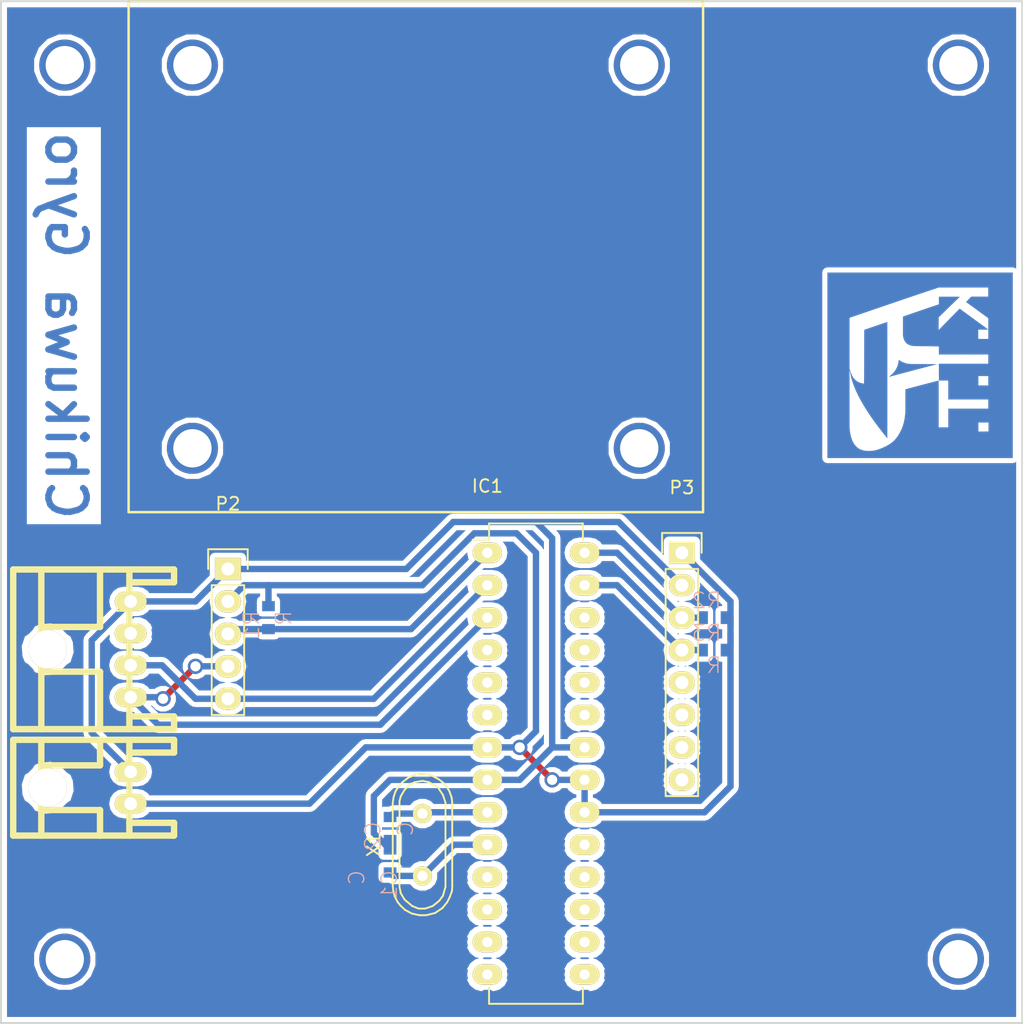
<source format=kicad_pcb>
(kicad_pcb (version 4) (host pcbnew 4.0.3-stable)

  (general
    (links 29)
    (no_connects 0)
    (area -0.075001 -0.075001 80.075001 80.075001)
    (thickness 1.6)
    (drawings 9)
    (tracks 92)
    (zones 0)
    (modules 12)
    (nets 10)
  )

  (page A4)
  (layers
    (0 F.Cu signal)
    (31 B.Cu signal)
    (32 B.Adhes user)
    (33 F.Adhes user)
    (34 B.Paste user)
    (35 F.Paste user)
    (36 B.SilkS user)
    (37 F.SilkS user)
    (38 B.Mask user)
    (39 F.Mask user)
    (40 Dwgs.User user)
    (41 Cmts.User user)
    (42 Eco1.User user)
    (43 Eco2.User user)
    (44 Edge.Cuts user)
    (45 Margin user)
    (46 B.CrtYd user)
    (47 F.CrtYd user)
    (48 B.Fab user)
    (49 F.Fab user)
  )

  (setup
    (last_trace_width 0.25)
    (user_trace_width 0.5)
    (user_trace_width 1)
    (trace_clearance 0.2)
    (zone_clearance 0.4)
    (zone_45_only no)
    (trace_min 0.2)
    (segment_width 0.2)
    (edge_width 0.15)
    (via_size 0.6)
    (via_drill 0.4)
    (via_min_size 0.4)
    (via_min_drill 0.3)
    (user_via 1.2 0.8)
    (user_via 4 3)
    (uvia_size 0.3)
    (uvia_drill 0.1)
    (uvias_allowed no)
    (uvia_min_size 0.2)
    (uvia_min_drill 0.1)
    (pcb_text_width 0.3)
    (pcb_text_size 1.5 1.5)
    (mod_edge_width 0.15)
    (mod_text_size 1 1)
    (mod_text_width 0.15)
    (pad_size 1.524 1.524)
    (pad_drill 0.762)
    (pad_to_mask_clearance 0.2)
    (aux_axis_origin 0 0)
    (visible_elements 7FFFFFFF)
    (pcbplotparams
      (layerselection 0x01000_80000000)
      (usegerberextensions false)
      (excludeedgelayer true)
      (linewidth 0.100000)
      (plotframeref false)
      (viasonmask false)
      (mode 1)
      (useauxorigin false)
      (hpglpennumber 1)
      (hpglpenspeed 20)
      (hpglpendiameter 15)
      (hpglpenoverlay 2)
      (psnegative false)
      (psa4output false)
      (plotreference true)
      (plotvalue true)
      (plotinvisibletext false)
      (padsonsilk false)
      (subtractmaskfromsilk false)
      (outputformat 1)
      (mirror false)
      (drillshape 0)
      (scaleselection 1)
      (outputdirectory ""))
  )

  (net 0 "")
  (net 1 "Net-(C1-Pad1)")
  (net 2 GND)
  (net 3 "Net-(C2-Pad1)")
  (net 4 /RST)
  (net 5 /RX)
  (net 6 /TX)
  (net 7 +5V)
  (net 8 /SDA)
  (net 9 /SCL)

  (net_class Default "これは標準のネット クラスです。"
    (clearance 0.2)
    (trace_width 0.25)
    (via_dia 0.6)
    (via_drill 0.4)
    (uvia_dia 0.3)
    (uvia_drill 0.1)
    (add_net +5V)
    (add_net /RST)
    (add_net /RX)
    (add_net /SCL)
    (add_net /SDA)
    (add_net /TX)
    (add_net GND)
    (add_net "Net-(C1-Pad1)")
    (add_net "Net-(C2-Pad1)")
  )

  (module RP_KiCAD_Libs:C1608_WP (layer B.Cu) (tedit 57C3E677) (tstamp 57D12CDB)
    (at 30.48 67.31 90)
    (descr <b>CAPACITOR</b>)
    (path /57D12D16)
    (fp_text reference C1 (at -0.635 0.635 90) (layer B.SilkS)
      (effects (font (size 1.2065 1.2065) (thickness 0.1016)) (justify left bottom mirror))
    )
    (fp_text value C (at -0.635 -1.905 90) (layer B.SilkS)
      (effects (font (size 1.2065 1.2065) (thickness 0.1016)) (justify left bottom mirror))
    )
    (fp_line (start -0.356 0.432) (end 0.356 0.432) (layer Dwgs.User) (width 0.1016))
    (fp_line (start -0.356 -0.419) (end 0.356 -0.419) (layer Dwgs.User) (width 0.1016))
    (fp_poly (pts (xy -0.8382 -0.4699) (xy -0.3381 -0.4699) (xy -0.3381 0.4801) (xy -0.8382 0.4801)) (layer Dwgs.User) (width 0))
    (fp_poly (pts (xy 0.3302 -0.4699) (xy 0.8303 -0.4699) (xy 0.8303 0.4801) (xy 0.3302 0.4801)) (layer Dwgs.User) (width 0))
    (fp_poly (pts (xy -0.1999 -0.3) (xy 0.1999 -0.3) (xy 0.1999 0.3) (xy -0.1999 0.3)) (layer B.Adhes) (width 0))
    (pad 1 smd rect (at -0.9 0 90) (size 0.8 1) (layers B.Cu B.Paste B.Mask)
      (net 1 "Net-(C1-Pad1)"))
    (pad 2 smd rect (at 0.9 0 90) (size 0.8 1) (layers B.Cu B.Paste B.Mask)
      (net 2 GND))
    (model Resistors_SMD.3dshapes/R_0603.wrl
      (at (xyz 0 0 0))
      (scale (xyz 1 1 1))
      (rotate (xyz 0 0 0))
    )
  )

  (module RP_KiCAD_Libs:C1608_WP (layer B.Cu) (tedit 57C3E677) (tstamp 57D12CE1)
    (at 30.48 64.77 270)
    (descr <b>CAPACITOR</b>)
    (path /57D12CE6)
    (fp_text reference C2 (at -0.635 0.635 270) (layer B.SilkS)
      (effects (font (size 1.2065 1.2065) (thickness 0.1016)) (justify left bottom mirror))
    )
    (fp_text value C (at -0.635 -1.905 270) (layer B.SilkS)
      (effects (font (size 1.2065 1.2065) (thickness 0.1016)) (justify left bottom mirror))
    )
    (fp_line (start -0.356 0.432) (end 0.356 0.432) (layer Dwgs.User) (width 0.1016))
    (fp_line (start -0.356 -0.419) (end 0.356 -0.419) (layer Dwgs.User) (width 0.1016))
    (fp_poly (pts (xy -0.8382 -0.4699) (xy -0.3381 -0.4699) (xy -0.3381 0.4801) (xy -0.8382 0.4801)) (layer Dwgs.User) (width 0))
    (fp_poly (pts (xy 0.3302 -0.4699) (xy 0.8303 -0.4699) (xy 0.8303 0.4801) (xy 0.3302 0.4801)) (layer Dwgs.User) (width 0))
    (fp_poly (pts (xy -0.1999 -0.3) (xy 0.1999 -0.3) (xy 0.1999 0.3) (xy -0.1999 0.3)) (layer B.Adhes) (width 0))
    (pad 1 smd rect (at -0.9 0 270) (size 0.8 1) (layers B.Cu B.Paste B.Mask)
      (net 3 "Net-(C2-Pad1)"))
    (pad 2 smd rect (at 0.9 0 270) (size 0.8 1) (layers B.Cu B.Paste B.Mask)
      (net 2 GND))
    (model Resistors_SMD.3dshapes/R_0603.wrl
      (at (xyz 0 0 0))
      (scale (xyz 1 1 1))
      (rotate (xyz 0 0 0))
    )
  )

  (module Housings_DIP:DIP-28_W7.62mm_LongPads (layer F.Cu) (tedit 54130A77) (tstamp 57D12D01)
    (at 38.1 43.18)
    (descr "28-lead dip package, row spacing 7.62 mm (300 mils), longer pads")
    (tags "dil dip 2.54 300")
    (path /57D12B3A)
    (fp_text reference IC1 (at 0 -5.22) (layer F.SilkS)
      (effects (font (size 1 1) (thickness 0.15)))
    )
    (fp_text value ATMEGA328-P (at 0 -3.72) (layer F.Fab)
      (effects (font (size 1 1) (thickness 0.15)))
    )
    (fp_line (start -1.4 -2.45) (end -1.4 35.5) (layer F.CrtYd) (width 0.05))
    (fp_line (start 9 -2.45) (end 9 35.5) (layer F.CrtYd) (width 0.05))
    (fp_line (start -1.4 -2.45) (end 9 -2.45) (layer F.CrtYd) (width 0.05))
    (fp_line (start -1.4 35.5) (end 9 35.5) (layer F.CrtYd) (width 0.05))
    (fp_line (start 0.135 -2.295) (end 0.135 -1.025) (layer F.SilkS) (width 0.15))
    (fp_line (start 7.485 -2.295) (end 7.485 -1.025) (layer F.SilkS) (width 0.15))
    (fp_line (start 7.485 35.315) (end 7.485 34.045) (layer F.SilkS) (width 0.15))
    (fp_line (start 0.135 35.315) (end 0.135 34.045) (layer F.SilkS) (width 0.15))
    (fp_line (start 0.135 -2.295) (end 7.485 -2.295) (layer F.SilkS) (width 0.15))
    (fp_line (start 0.135 35.315) (end 7.485 35.315) (layer F.SilkS) (width 0.15))
    (fp_line (start 0.135 -1.025) (end -1.15 -1.025) (layer F.SilkS) (width 0.15))
    (pad 1 thru_hole oval (at 0 0) (size 2.3 1.6) (drill 0.8) (layers *.Cu *.Mask F.SilkS)
      (net 4 /RST))
    (pad 2 thru_hole oval (at 0 2.54) (size 2.3 1.6) (drill 0.8) (layers *.Cu *.Mask F.SilkS)
      (net 5 /RX))
    (pad 3 thru_hole oval (at 0 5.08) (size 2.3 1.6) (drill 0.8) (layers *.Cu *.Mask F.SilkS)
      (net 6 /TX))
    (pad 4 thru_hole oval (at 0 7.62) (size 2.3 1.6) (drill 0.8) (layers *.Cu *.Mask F.SilkS))
    (pad 5 thru_hole oval (at 0 10.16) (size 2.3 1.6) (drill 0.8) (layers *.Cu *.Mask F.SilkS))
    (pad 6 thru_hole oval (at 0 12.7) (size 2.3 1.6) (drill 0.8) (layers *.Cu *.Mask F.SilkS))
    (pad 7 thru_hole oval (at 0 15.24) (size 2.3 1.6) (drill 0.8) (layers *.Cu *.Mask F.SilkS)
      (net 7 +5V))
    (pad 8 thru_hole oval (at 0 17.78) (size 2.3 1.6) (drill 0.8) (layers *.Cu *.Mask F.SilkS)
      (net 2 GND))
    (pad 9 thru_hole oval (at 0 20.32) (size 2.3 1.6) (drill 0.8) (layers *.Cu *.Mask F.SilkS)
      (net 3 "Net-(C2-Pad1)"))
    (pad 10 thru_hole oval (at 0 22.86) (size 2.3 1.6) (drill 0.8) (layers *.Cu *.Mask F.SilkS)
      (net 1 "Net-(C1-Pad1)"))
    (pad 11 thru_hole oval (at 0 25.4) (size 2.3 1.6) (drill 0.8) (layers *.Cu *.Mask F.SilkS))
    (pad 12 thru_hole oval (at 0 27.94) (size 2.3 1.6) (drill 0.8) (layers *.Cu *.Mask F.SilkS))
    (pad 13 thru_hole oval (at 0 30.48) (size 2.3 1.6) (drill 0.8) (layers *.Cu *.Mask F.SilkS))
    (pad 14 thru_hole oval (at 0 33.02) (size 2.3 1.6) (drill 0.8) (layers *.Cu *.Mask F.SilkS))
    (pad 15 thru_hole oval (at 7.62 33.02) (size 2.3 1.6) (drill 0.8) (layers *.Cu *.Mask F.SilkS))
    (pad 16 thru_hole oval (at 7.62 30.48) (size 2.3 1.6) (drill 0.8) (layers *.Cu *.Mask F.SilkS))
    (pad 17 thru_hole oval (at 7.62 27.94) (size 2.3 1.6) (drill 0.8) (layers *.Cu *.Mask F.SilkS))
    (pad 18 thru_hole oval (at 7.62 25.4) (size 2.3 1.6) (drill 0.8) (layers *.Cu *.Mask F.SilkS))
    (pad 19 thru_hole oval (at 7.62 22.86) (size 2.3 1.6) (drill 0.8) (layers *.Cu *.Mask F.SilkS))
    (pad 20 thru_hole oval (at 7.62 20.32) (size 2.3 1.6) (drill 0.8) (layers *.Cu *.Mask F.SilkS)
      (net 7 +5V))
    (pad 21 thru_hole oval (at 7.62 17.78) (size 2.3 1.6) (drill 0.8) (layers *.Cu *.Mask F.SilkS)
      (net 7 +5V))
    (pad 22 thru_hole oval (at 7.62 15.24) (size 2.3 1.6) (drill 0.8) (layers *.Cu *.Mask F.SilkS)
      (net 2 GND))
    (pad 23 thru_hole oval (at 7.62 12.7) (size 2.3 1.6) (drill 0.8) (layers *.Cu *.Mask F.SilkS))
    (pad 24 thru_hole oval (at 7.62 10.16) (size 2.3 1.6) (drill 0.8) (layers *.Cu *.Mask F.SilkS))
    (pad 25 thru_hole oval (at 7.62 7.62) (size 2.3 1.6) (drill 0.8) (layers *.Cu *.Mask F.SilkS))
    (pad 26 thru_hole oval (at 7.62 5.08) (size 2.3 1.6) (drill 0.8) (layers *.Cu *.Mask F.SilkS))
    (pad 27 thru_hole oval (at 7.62 2.54) (size 2.3 1.6) (drill 0.8) (layers *.Cu *.Mask F.SilkS)
      (net 8 /SDA))
    (pad 28 thru_hole oval (at 7.62 0) (size 2.3 1.6) (drill 0.8) (layers *.Cu *.Mask F.SilkS)
      (net 9 /SCL))
    (model Housings_DIP.3dshapes/DIP-28_W7.62mm_LongPads.wrl
      (at (xyz 0 0 0))
      (scale (xyz 1 1 1))
      (rotate (xyz 0 0 0))
    )
  )

  (module RP_KiCAD_Connector:XA_4LC (layer F.Cu) (tedit 5763BBB7) (tstamp 57D12D0A)
    (at 10.16 46.99 270)
    (path /57D14D31)
    (fp_text reference P1 (at 0 0.5 270) (layer F.SilkS)
      (effects (font (size 1 1) (thickness 0.15)))
    )
    (fp_text value CONN_01X04 (at 0 -0.5 270) (layer F.Fab)
      (effects (font (size 1 1) (thickness 0.15)))
    )
    (fp_line (start 10 -3.4) (end 9 -3.4) (layer F.SilkS) (width 0.5))
    (fp_line (start 9 -3.4) (end 9 0.1) (layer F.SilkS) (width 0.5))
    (fp_line (start -2.5 -3.4) (end -1.5 -3.4) (layer F.SilkS) (width 0.5))
    (fp_line (start -1.5 -3.4) (end -1.5 0.1) (layer F.SilkS) (width 0.5))
    (fp_line (start 10 0.1) (end -2.5 0.1) (layer F.SilkS) (width 0.5))
    (fp_line (start 5.5 2.4) (end 10 2.4) (layer F.SilkS) (width 0.5))
    (fp_line (start 2 2.4) (end -2.5 2.4) (layer F.SilkS) (width 0.5))
    (fp_line (start 5.5 2.4) (end 5.5 7) (layer F.SilkS) (width 0.5))
    (fp_line (start 2 2.4) (end 2 7) (layer F.SilkS) (width 0.5))
    (fp_line (start -2.5 7) (end 10 7) (layer F.SilkS) (width 0.5))
    (fp_line (start 10 -3.4) (end 10 9.2) (layer F.SilkS) (width 0.5))
    (fp_line (start 10 9.2) (end -2.5 9.2) (layer F.SilkS) (width 0.5))
    (fp_line (start -2.5 -3.4) (end -2.5 9.2) (layer F.SilkS) (width 0.5))
    (pad 1 thru_hole oval (at 0 0 270) (size 1.5 2.5) (drill 1) (layers *.Cu *.Mask F.SilkS)
      (net 2 GND))
    (pad 2 thru_hole oval (at 2.5 0 270) (size 1.5 2.5) (drill 1) (layers *.Cu *.Mask F.SilkS))
    (pad 3 thru_hole oval (at 5 0 270) (size 1.5 2.5) (drill 1) (layers *.Cu *.Mask F.SilkS)
      (net 5 /RX))
    (pad 4 thru_hole oval (at 7.5 0 270) (size 1.5 2.5) (drill 1) (layers *.Cu *.Mask F.SilkS)
      (net 6 /TX))
    (pad "" thru_hole circle (at 3.75 6.5 270) (size 3 3) (drill 3) (layers *.Cu *.Mask F.SilkS)
      (clearance -0.3))
    (model conn_XA/XA_4S.wrl
      (at (xyz 0.15 -0.2 0))
      (scale (xyz 4 4 4))
      (rotate (xyz 0 0 180))
    )
  )

  (module Pin_Headers:Pin_Header_Straight_1x05 (layer F.Cu) (tedit 54EA0684) (tstamp 57D12D13)
    (at 17.78 44.45)
    (descr "Through hole pin header")
    (tags "pin header")
    (path /57D13644)
    (fp_text reference P2 (at 0 -5.1) (layer F.SilkS)
      (effects (font (size 1 1) (thickness 0.15)))
    )
    (fp_text value CONN_01X05 (at 0 -3.1) (layer F.Fab)
      (effects (font (size 1 1) (thickness 0.15)))
    )
    (fp_line (start -1.55 0) (end -1.55 -1.55) (layer F.SilkS) (width 0.15))
    (fp_line (start -1.55 -1.55) (end 1.55 -1.55) (layer F.SilkS) (width 0.15))
    (fp_line (start 1.55 -1.55) (end 1.55 0) (layer F.SilkS) (width 0.15))
    (fp_line (start -1.75 -1.75) (end -1.75 11.95) (layer F.CrtYd) (width 0.05))
    (fp_line (start 1.75 -1.75) (end 1.75 11.95) (layer F.CrtYd) (width 0.05))
    (fp_line (start -1.75 -1.75) (end 1.75 -1.75) (layer F.CrtYd) (width 0.05))
    (fp_line (start -1.75 11.95) (end 1.75 11.95) (layer F.CrtYd) (width 0.05))
    (fp_line (start 1.27 1.27) (end 1.27 11.43) (layer F.SilkS) (width 0.15))
    (fp_line (start 1.27 11.43) (end -1.27 11.43) (layer F.SilkS) (width 0.15))
    (fp_line (start -1.27 11.43) (end -1.27 1.27) (layer F.SilkS) (width 0.15))
    (fp_line (start 1.27 1.27) (end -1.27 1.27) (layer F.SilkS) (width 0.15))
    (pad 1 thru_hole rect (at 0 0) (size 2.032 1.7272) (drill 1.016) (layers *.Cu *.Mask F.SilkS)
      (net 2 GND))
    (pad 2 thru_hole oval (at 0 2.54) (size 2.032 1.7272) (drill 1.016) (layers *.Cu *.Mask F.SilkS)
      (net 7 +5V))
    (pad 3 thru_hole oval (at 0 5.08) (size 2.032 1.7272) (drill 1.016) (layers *.Cu *.Mask F.SilkS)
      (net 4 /RST))
    (pad 4 thru_hole oval (at 0 7.62) (size 2.032 1.7272) (drill 1.016) (layers *.Cu *.Mask F.SilkS)
      (net 6 /TX))
    (pad 5 thru_hole oval (at 0 10.16) (size 2.032 1.7272) (drill 1.016) (layers *.Cu *.Mask F.SilkS)
      (net 5 /RX))
    (model Pin_Headers.3dshapes/Pin_Header_Straight_1x05.wrl
      (at (xyz 0 -0.2 0))
      (scale (xyz 1 1 1))
      (rotate (xyz 0 0 90))
    )
  )

  (module Pin_Headers:Pin_Header_Straight_1x08 (layer F.Cu) (tedit 0) (tstamp 57D12D1F)
    (at 53.34 43.18)
    (descr "Through hole pin header")
    (tags "pin header")
    (path /57D13F73)
    (fp_text reference P3 (at 0 -5.1) (layer F.SilkS)
      (effects (font (size 1 1) (thickness 0.15)))
    )
    (fp_text value CONN_01X08 (at 0 -3.1) (layer F.Fab)
      (effects (font (size 1 1) (thickness 0.15)))
    )
    (fp_line (start -1.75 -1.75) (end -1.75 19.55) (layer F.CrtYd) (width 0.05))
    (fp_line (start 1.75 -1.75) (end 1.75 19.55) (layer F.CrtYd) (width 0.05))
    (fp_line (start -1.75 -1.75) (end 1.75 -1.75) (layer F.CrtYd) (width 0.05))
    (fp_line (start -1.75 19.55) (end 1.75 19.55) (layer F.CrtYd) (width 0.05))
    (fp_line (start 1.27 1.27) (end 1.27 19.05) (layer F.SilkS) (width 0.15))
    (fp_line (start 1.27 19.05) (end -1.27 19.05) (layer F.SilkS) (width 0.15))
    (fp_line (start -1.27 19.05) (end -1.27 1.27) (layer F.SilkS) (width 0.15))
    (fp_line (start 1.55 -1.55) (end 1.55 0) (layer F.SilkS) (width 0.15))
    (fp_line (start 1.27 1.27) (end -1.27 1.27) (layer F.SilkS) (width 0.15))
    (fp_line (start -1.55 0) (end -1.55 -1.55) (layer F.SilkS) (width 0.15))
    (fp_line (start -1.55 -1.55) (end 1.55 -1.55) (layer F.SilkS) (width 0.15))
    (pad 1 thru_hole rect (at 0 0) (size 2.032 1.7272) (drill 1.016) (layers *.Cu *.Mask F.SilkS)
      (net 7 +5V))
    (pad 2 thru_hole oval (at 0 2.54) (size 2.032 1.7272) (drill 1.016) (layers *.Cu *.Mask F.SilkS)
      (net 2 GND))
    (pad 3 thru_hole oval (at 0 5.08) (size 2.032 1.7272) (drill 1.016) (layers *.Cu *.Mask F.SilkS)
      (net 9 /SCL))
    (pad 4 thru_hole oval (at 0 7.62) (size 2.032 1.7272) (drill 1.016) (layers *.Cu *.Mask F.SilkS)
      (net 8 /SDA))
    (pad 5 thru_hole oval (at 0 10.16) (size 2.032 1.7272) (drill 1.016) (layers *.Cu *.Mask F.SilkS))
    (pad 6 thru_hole oval (at 0 12.7) (size 2.032 1.7272) (drill 1.016) (layers *.Cu *.Mask F.SilkS))
    (pad 7 thru_hole oval (at 0 15.24) (size 2.032 1.7272) (drill 1.016) (layers *.Cu *.Mask F.SilkS))
    (pad 8 thru_hole oval (at 0 17.78) (size 2.032 1.7272) (drill 1.016) (layers *.Cu *.Mask F.SilkS))
    (model Pin_Headers.3dshapes/Pin_Header_Straight_1x08.wrl
      (at (xyz 0 -0.35 0))
      (scale (xyz 1 1 1))
      (rotate (xyz 0 0 90))
    )
  )

  (module Crystals:Crystal_HC49-U_Vertical (layer F.Cu) (tedit 0) (tstamp 57D12D2B)
    (at 33.02 66.04 90)
    (descr "Crystal, Quarz, HC49/U, vertical, stehend,")
    (tags "Crystal, Quarz, HC49/U, vertical, stehend,")
    (path /57D12B6D)
    (fp_text reference X1 (at 0 -3.81 90) (layer F.SilkS)
      (effects (font (size 1 1) (thickness 0.15)))
    )
    (fp_text value CRYSTAL (at 0 3.81 90) (layer F.Fab)
      (effects (font (size 1 1) (thickness 0.15)))
    )
    (fp_line (start 4.699 -1.00076) (end 4.89966 -0.59944) (layer F.SilkS) (width 0.15))
    (fp_line (start 4.89966 -0.59944) (end 5.00126 0) (layer F.SilkS) (width 0.15))
    (fp_line (start 5.00126 0) (end 4.89966 0.50038) (layer F.SilkS) (width 0.15))
    (fp_line (start 4.89966 0.50038) (end 4.50088 1.19888) (layer F.SilkS) (width 0.15))
    (fp_line (start 4.50088 1.19888) (end 3.8989 1.6002) (layer F.SilkS) (width 0.15))
    (fp_line (start 3.8989 1.6002) (end 3.29946 1.80086) (layer F.SilkS) (width 0.15))
    (fp_line (start 3.29946 1.80086) (end -3.29946 1.80086) (layer F.SilkS) (width 0.15))
    (fp_line (start -3.29946 1.80086) (end -4.0005 1.6002) (layer F.SilkS) (width 0.15))
    (fp_line (start -4.0005 1.6002) (end -4.39928 1.30048) (layer F.SilkS) (width 0.15))
    (fp_line (start -4.39928 1.30048) (end -4.8006 0.8001) (layer F.SilkS) (width 0.15))
    (fp_line (start -4.8006 0.8001) (end -5.00126 0.20066) (layer F.SilkS) (width 0.15))
    (fp_line (start -5.00126 0.20066) (end -5.00126 -0.29972) (layer F.SilkS) (width 0.15))
    (fp_line (start -5.00126 -0.29972) (end -4.8006 -0.8001) (layer F.SilkS) (width 0.15))
    (fp_line (start -4.8006 -0.8001) (end -4.30022 -1.39954) (layer F.SilkS) (width 0.15))
    (fp_line (start -4.30022 -1.39954) (end -3.79984 -1.69926) (layer F.SilkS) (width 0.15))
    (fp_line (start -3.79984 -1.69926) (end -3.29946 -1.80086) (layer F.SilkS) (width 0.15))
    (fp_line (start -3.2004 -1.80086) (end 3.40106 -1.80086) (layer F.SilkS) (width 0.15))
    (fp_line (start 3.40106 -1.80086) (end 3.79984 -1.69926) (layer F.SilkS) (width 0.15))
    (fp_line (start 3.79984 -1.69926) (end 4.30022 -1.39954) (layer F.SilkS) (width 0.15))
    (fp_line (start 4.30022 -1.39954) (end 4.8006 -0.89916) (layer F.SilkS) (width 0.15))
    (fp_line (start -3.19024 -2.32918) (end -3.64998 -2.28092) (layer F.SilkS) (width 0.15))
    (fp_line (start -3.64998 -2.28092) (end -4.04876 -2.16916) (layer F.SilkS) (width 0.15))
    (fp_line (start -4.04876 -2.16916) (end -4.48056 -1.95072) (layer F.SilkS) (width 0.15))
    (fp_line (start -4.48056 -1.95072) (end -4.77012 -1.71958) (layer F.SilkS) (width 0.15))
    (fp_line (start -4.77012 -1.71958) (end -5.10032 -1.36906) (layer F.SilkS) (width 0.15))
    (fp_line (start -5.10032 -1.36906) (end -5.38988 -0.83058) (layer F.SilkS) (width 0.15))
    (fp_line (start -5.38988 -0.83058) (end -5.51942 -0.23114) (layer F.SilkS) (width 0.15))
    (fp_line (start -5.51942 -0.23114) (end -5.51942 0.2794) (layer F.SilkS) (width 0.15))
    (fp_line (start -5.51942 0.2794) (end -5.34924 0.98044) (layer F.SilkS) (width 0.15))
    (fp_line (start -5.34924 0.98044) (end -4.95046 1.56972) (layer F.SilkS) (width 0.15))
    (fp_line (start -4.95046 1.56972) (end -4.49072 1.94056) (layer F.SilkS) (width 0.15))
    (fp_line (start -4.49072 1.94056) (end -4.06908 2.14884) (layer F.SilkS) (width 0.15))
    (fp_line (start -4.06908 2.14884) (end -3.6195 2.30886) (layer F.SilkS) (width 0.15))
    (fp_line (start -3.6195 2.30886) (end -3.18008 2.33934) (layer F.SilkS) (width 0.15))
    (fp_line (start 4.16052 2.1209) (end 4.53898 1.89992) (layer F.SilkS) (width 0.15))
    (fp_line (start 4.53898 1.89992) (end 4.85902 1.62052) (layer F.SilkS) (width 0.15))
    (fp_line (start 4.85902 1.62052) (end 5.11048 1.29032) (layer F.SilkS) (width 0.15))
    (fp_line (start 5.11048 1.29032) (end 5.4102 0.73914) (layer F.SilkS) (width 0.15))
    (fp_line (start 5.4102 0.73914) (end 5.51942 0.26924) (layer F.SilkS) (width 0.15))
    (fp_line (start 5.51942 0.26924) (end 5.53974 -0.1905) (layer F.SilkS) (width 0.15))
    (fp_line (start 5.53974 -0.1905) (end 5.45084 -0.65024) (layer F.SilkS) (width 0.15))
    (fp_line (start 5.45084 -0.65024) (end 5.26034 -1.09982) (layer F.SilkS) (width 0.15))
    (fp_line (start 5.26034 -1.09982) (end 4.89966 -1.56972) (layer F.SilkS) (width 0.15))
    (fp_line (start 4.89966 -1.56972) (end 4.54914 -1.88976) (layer F.SilkS) (width 0.15))
    (fp_line (start 4.54914 -1.88976) (end 4.16052 -2.1209) (layer F.SilkS) (width 0.15))
    (fp_line (start 4.16052 -2.1209) (end 3.73126 -2.2606) (layer F.SilkS) (width 0.15))
    (fp_line (start 3.73126 -2.2606) (end 3.2893 -2.32918) (layer F.SilkS) (width 0.15))
    (fp_line (start -3.2004 2.32918) (end 3.2512 2.32918) (layer F.SilkS) (width 0.15))
    (fp_line (start 3.2512 2.32918) (end 3.6703 2.29108) (layer F.SilkS) (width 0.15))
    (fp_line (start 3.6703 2.29108) (end 4.16052 2.1209) (layer F.SilkS) (width 0.15))
    (fp_line (start -3.2004 -2.32918) (end 3.2512 -2.32918) (layer F.SilkS) (width 0.15))
    (pad 1 thru_hole circle (at -2.44094 0 90) (size 1.50114 1.50114) (drill 0.8001) (layers *.Cu *.Mask F.SilkS)
      (net 1 "Net-(C1-Pad1)"))
    (pad 2 thru_hole circle (at 2.44094 0 90) (size 1.50114 1.50114) (drill 0.8001) (layers *.Cu *.Mask F.SilkS)
      (net 3 "Net-(C2-Pad1)"))
  )

  (module RP_KiCAD_Connector:XA_2LC (layer F.Cu) (tedit 5763B232) (tstamp 57D172A0)
    (at 10.16 60.325 270)
    (path /57D172DF)
    (fp_text reference P4 (at 0 0.5 270) (layer F.SilkS)
      (effects (font (size 1 1) (thickness 0.15)))
    )
    (fp_text value CONN_01X02 (at 0 -0.5 270) (layer F.Fab)
      (effects (font (size 1 1) (thickness 0.15)))
    )
    (fp_line (start -1.5 -3.4) (end -2.5 -3.4) (layer F.SilkS) (width 0.5))
    (fp_line (start 5 -3.4) (end 4 -3.4) (layer F.SilkS) (width 0.5))
    (fp_line (start 4 -3.4) (end 4 0.1) (layer F.SilkS) (width 0.5))
    (fp_line (start -1.5 -3.4) (end -1.5 0.1) (layer F.SilkS) (width 0.5))
    (fp_line (start 3 2.4) (end 5 2.4) (layer F.SilkS) (width 0.5))
    (fp_line (start -0.5 2.4) (end -2.5 2.4) (layer F.SilkS) (width 0.5))
    (fp_line (start 3 2.4) (end 3 7) (layer F.SilkS) (width 0.5))
    (fp_line (start -0.5 2.4) (end -0.5 7) (layer F.SilkS) (width 0.5))
    (fp_line (start -2.5 0.1) (end 5 0.1) (layer F.SilkS) (width 0.5))
    (fp_line (start -2.5 7) (end 5 7) (layer F.SilkS) (width 0.5))
    (fp_line (start -2.5 9.2) (end 5 9.2) (layer F.SilkS) (width 0.5))
    (fp_line (start 5 -3.4) (end 5 9.2) (layer F.SilkS) (width 0.5))
    (fp_line (start -2.5 -3.4) (end -2.5 9.2) (layer F.SilkS) (width 0.5))
    (pad 1 thru_hole oval (at 0 0 270) (size 1.5 2.5) (drill 1) (layers *.Cu *.Mask F.SilkS)
      (net 2 GND))
    (pad 2 thru_hole oval (at 2.5 0 270) (size 1.5 2.5) (drill 1) (layers *.Cu *.Mask F.SilkS)
      (net 7 +5V))
    (pad "" thru_hole circle (at 1.25 6.5 270) (size 3 3) (drill 3) (layers *.Cu *.Mask F.SilkS)
      (clearance -0.3))
    (model conn_XA/XA_2S.wrl
      (at (xyz 0.05 -0.2 0))
      (scale (xyz 4 4 4))
      (rotate (xyz 0 0 180))
    )
  )

  (module RP_KiCAD_Libs:C1608_WP (layer B.Cu) (tedit 57C3E677) (tstamp 57D27352)
    (at 20.955 48.26 270)
    (descr <b>CAPACITOR</b>)
    (path /57D131D0)
    (fp_text reference R1 (at -0.635 0.635 270) (layer B.SilkS)
      (effects (font (size 1.2065 1.2065) (thickness 0.1016)) (justify left bottom mirror))
    )
    (fp_text value R (at -0.635 -1.905 270) (layer B.SilkS)
      (effects (font (size 1.2065 1.2065) (thickness 0.1016)) (justify left bottom mirror))
    )
    (fp_line (start -0.356 0.432) (end 0.356 0.432) (layer Dwgs.User) (width 0.1016))
    (fp_line (start -0.356 -0.419) (end 0.356 -0.419) (layer Dwgs.User) (width 0.1016))
    (fp_poly (pts (xy -0.8382 -0.4699) (xy -0.3381 -0.4699) (xy -0.3381 0.4801) (xy -0.8382 0.4801)) (layer Dwgs.User) (width 0))
    (fp_poly (pts (xy 0.3302 -0.4699) (xy 0.8303 -0.4699) (xy 0.8303 0.4801) (xy 0.3302 0.4801)) (layer Dwgs.User) (width 0))
    (fp_poly (pts (xy -0.1999 -0.3) (xy 0.1999 -0.3) (xy 0.1999 0.3) (xy -0.1999 0.3)) (layer B.Adhes) (width 0))
    (pad 1 smd rect (at -0.9 0 270) (size 0.8 1) (layers B.Cu B.Paste B.Mask)
      (net 7 +5V))
    (pad 2 smd rect (at 0.9 0 270) (size 0.8 1) (layers B.Cu B.Paste B.Mask)
      (net 4 /RST))
    (model Resistors_SMD.3dshapes/R_0603.wrl
      (at (xyz 0 0 0))
      (scale (xyz 1 1 1))
      (rotate (xyz 0 0 0))
    )
  )

  (module RP_KiCAD_Libs:C1608_WP (layer B.Cu) (tedit 57C3E677) (tstamp 57D2735C)
    (at 55.88 48.26 180)
    (descr <b>CAPACITOR</b>)
    (path /57D2764F)
    (fp_text reference R2 (at -0.635 0.635 180) (layer B.SilkS)
      (effects (font (size 1.2065 1.2065) (thickness 0.1016)) (justify left bottom mirror))
    )
    (fp_text value R (at -0.635 -1.905 180) (layer B.SilkS)
      (effects (font (size 1.2065 1.2065) (thickness 0.1016)) (justify left bottom mirror))
    )
    (fp_line (start -0.356 0.432) (end 0.356 0.432) (layer Dwgs.User) (width 0.1016))
    (fp_line (start -0.356 -0.419) (end 0.356 -0.419) (layer Dwgs.User) (width 0.1016))
    (fp_poly (pts (xy -0.8382 -0.4699) (xy -0.3381 -0.4699) (xy -0.3381 0.4801) (xy -0.8382 0.4801)) (layer Dwgs.User) (width 0))
    (fp_poly (pts (xy 0.3302 -0.4699) (xy 0.8303 -0.4699) (xy 0.8303 0.4801) (xy 0.3302 0.4801)) (layer Dwgs.User) (width 0))
    (fp_poly (pts (xy -0.1999 -0.3) (xy 0.1999 -0.3) (xy 0.1999 0.3) (xy -0.1999 0.3)) (layer B.Adhes) (width 0))
    (pad 1 smd rect (at -0.9 0 180) (size 0.8 1) (layers B.Cu B.Paste B.Mask)
      (net 7 +5V))
    (pad 2 smd rect (at 0.9 0 180) (size 0.8 1) (layers B.Cu B.Paste B.Mask)
      (net 9 /SCL))
    (model Resistors_SMD.3dshapes/R_0603.wrl
      (at (xyz 0 0 0))
      (scale (xyz 1 1 1))
      (rotate (xyz 0 0 0))
    )
  )

  (module RP_KiCAD_Libs:C1608_WP (layer B.Cu) (tedit 57C3E677) (tstamp 57D27362)
    (at 55.88 50.8 180)
    (descr <b>CAPACITOR</b>)
    (path /57D2767C)
    (fp_text reference R3 (at -0.635 0.635 180) (layer B.SilkS)
      (effects (font (size 1.2065 1.2065) (thickness 0.1016)) (justify left bottom mirror))
    )
    (fp_text value R (at -0.635 -1.905 180) (layer B.SilkS)
      (effects (font (size 1.2065 1.2065) (thickness 0.1016)) (justify left bottom mirror))
    )
    (fp_line (start -0.356 0.432) (end 0.356 0.432) (layer Dwgs.User) (width 0.1016))
    (fp_line (start -0.356 -0.419) (end 0.356 -0.419) (layer Dwgs.User) (width 0.1016))
    (fp_poly (pts (xy -0.8382 -0.4699) (xy -0.3381 -0.4699) (xy -0.3381 0.4801) (xy -0.8382 0.4801)) (layer Dwgs.User) (width 0))
    (fp_poly (pts (xy 0.3302 -0.4699) (xy 0.8303 -0.4699) (xy 0.8303 0.4801) (xy 0.3302 0.4801)) (layer Dwgs.User) (width 0))
    (fp_poly (pts (xy -0.1999 -0.3) (xy 0.1999 -0.3) (xy 0.1999 0.3) (xy -0.1999 0.3)) (layer B.Adhes) (width 0))
    (pad 1 smd rect (at -0.9 0 180) (size 0.8 1) (layers B.Cu B.Paste B.Mask)
      (net 7 +5V))
    (pad 2 smd rect (at 0.9 0 180) (size 0.8 1) (layers B.Cu B.Paste B.Mask)
      (net 8 /SDA))
    (model Resistors_SMD.3dshapes/R_0603.wrl
      (at (xyz 0 0 0))
      (scale (xyz 1 1 1))
      (rotate (xyz 0 0 0))
    )
  )

  (module RP_KiCAD_Libs:KIT_RP (layer B.Cu) (tedit 0) (tstamp 57E1EAFE)
    (at 72 28.5 270)
    (fp_text reference G*** (at 0 0 270) (layer B.Cu) hide
      (effects (font (thickness 0.3)) (justify mirror))
    )
    (fp_text value LOGO (at 0.75 0 270) (layer B.Cu) hide
      (effects (font (thickness 0.3)) (justify mirror))
    )
    (fp_poly (pts (xy 7.257143 -7.257143) (xy -7.257142 -7.257143) (xy -7.257142 -1.468821) (xy -6.096 -1.468821)
      (xy -6.096 -5.341258) (xy -5.370285 -5.341258) (xy -5.370285 -4.001165) (xy -5.197928 -3.838178)
      (xy -5.154379 -3.797022) (xy -5.112526 -3.757516) (xy -5.073979 -3.721179) (xy -5.040354 -3.689528)
      (xy -5.013262 -3.664084) (xy -4.994316 -3.646363) (xy -4.988549 -3.641011) (xy -4.951527 -3.606831)
      (xy -4.735002 -3.906173) (xy -4.688833 -3.969969) (xy -4.641941 -4.034708) (xy -4.595666 -4.098542)
      (xy -4.55135 -4.159621) (xy -4.510335 -4.216098) (xy -4.473962 -4.266126) (xy -4.443572 -4.307856)
      (xy -4.422918 -4.336143) (xy -4.402356 -4.364306) (xy -4.374249 -4.402886) (xy -4.339568 -4.450547)
      (xy -4.299285 -4.505951) (xy -4.25437 -4.567763) (xy -4.205794 -4.634645) (xy -4.154529 -4.705262)
      (xy -4.101545 -4.778276) (xy -4.047815 -4.852351) (xy -4.01693 -4.894943) (xy -3.966024 -4.965123)
      (xy -3.917418 -5.032066) (xy -3.871811 -5.094812) (xy -3.829903 -5.152402) (xy -3.792392 -5.203879)
      (xy -3.759979 -5.248281) (xy -3.733362 -5.284652) (xy -3.713241 -5.312031) (xy -3.700315 -5.329461)
      (xy -3.69544 -5.335815) (xy -3.693106 -5.337788) (xy -3.689203 -5.339546) (xy -3.682933 -5.341102)
      (xy -3.673496 -5.342468) (xy -3.660092 -5.343655) (xy -3.641924 -5.344677) (xy -3.618191 -5.345546)
      (xy -3.588095 -5.346273) (xy -3.550836 -5.346872) (xy -3.505615 -5.347355) (xy -3.451633 -5.347734)
      (xy -3.388092 -5.348021) (xy -3.314191 -5.348229) (xy -3.229133 -5.34837) (xy -3.132116 -5.348456)
      (xy -3.022344 -5.3485) (xy -2.899015 -5.348514) (xy -2.872703 -5.348515) (xy -2.061028 -5.348515)
      (xy -2.061028 -4.550229) (xy -2.794 -4.550229) (xy -2.794 -4.935462) (xy -2.794064 -5.023164)
      (xy -2.794274 -5.097308) (xy -2.79465 -5.158852) (xy -2.795216 -5.20875) (xy -2.795995 -5.24796)
      (xy -2.79701 -5.277437) (xy -2.798282 -5.298139) (xy -2.799835 -5.31102) (xy -2.801691 -5.317039)
      (xy -2.803071 -5.317723) (xy -2.807392 -5.314126) (xy -2.815881 -5.304556) (xy -2.8289 -5.288527)
      (xy -2.84681 -5.265552) (xy -2.869973 -5.235145) (xy -2.898751 -5.19682) (xy -2.933506 -5.15009)
      (xy -2.9746 -5.094469) (xy -3.022394 -5.029471) (xy -3.07725 -4.954609) (xy -3.13953 -4.869398)
      (xy -3.209596 -4.77335) (xy -3.282261 -4.6736) (xy -3.331968 -4.605356) (xy -3.383261 -4.534982)
      (xy -3.434732 -4.464408) (xy -3.484973 -4.395562) (xy -3.532576 -4.330374) (xy -3.576132 -4.270773)
      (xy -3.614232 -4.218689) (xy -3.645469 -4.176049) (xy -3.650472 -4.169229) (xy -3.699721 -4.102068)
      (xy -3.756479 -4.024592) (xy -3.819711 -3.938215) (xy -3.888381 -3.844355) (xy -3.961455 -3.744426)
      (xy -4.037896 -3.639846) (xy -4.116668 -3.532031) (xy -4.196738 -3.422396) (xy -4.277068 -3.312357)
      (xy -4.281701 -3.306009) (xy -4.429728 -3.103189) (xy -4.059992 -2.737207) (xy -3.971421 -2.649571)
      (xy -3.88148 -2.56065) (xy -3.790858 -2.47112) (xy -3.70024 -2.381657) (xy -3.610316 -2.292936)
      (xy -3.52177 -2.205633) (xy -3.435291 -2.120424) (xy -3.351566 -2.037984) (xy -3.271282 -1.95899)
      (xy -3.195125 -1.884118) (xy -3.123783 -1.814042) (xy -3.057943 -1.749439) (xy -2.998292 -1.690985)
      (xy -2.945517 -1.639355) (xy -2.900305 -1.595225) (xy -2.863343 -1.559271) (xy -2.835319 -1.532168)
      (xy -2.816919 -1.514593) (xy -2.816807 -1.514488) (xy -2.791631 -1.490498) (xy -2.771091 -1.470394)
      (xy -2.757077 -1.456066) (xy -2.751481 -1.449407) (xy -2.751503 -1.449174) (xy -2.759006 -1.448973)
      (xy -2.779842 -1.44884) (xy -2.812831 -1.448775) (xy -2.856792 -1.448774) (xy -2.910543 -1.448837)
      (xy -2.972904 -1.448961) (xy -3.042695 -1.449145) (xy -3.118733 -1.449387) (xy -3.199839 -1.449685)
      (xy -3.252203 -1.449898) (xy -3.75032 -1.451995) (xy -4.169957 -1.881698) (xy -4.238063 -1.951435)
      (xy -4.305984 -2.020976) (xy -4.372637 -2.089214) (xy -4.436942 -2.155043) (xy -4.497818 -2.217356)
      (xy -4.554184 -2.275046) (xy -4.604957 -2.327007) (xy -4.649057 -2.372132) (xy -4.685403 -2.409314)
      (xy -4.712914 -2.437447) (xy -4.717397 -2.442029) (xy -4.743227 -2.468483) (xy -4.775885 -2.502012)
      (xy -4.814296 -2.541507) (xy -4.857384 -2.585857) (xy -4.904073 -2.633953) (xy -4.953289 -2.684684)
      (xy -5.003957 -2.73694) (xy -5.055 -2.789611) (xy -5.105344 -2.841588) (xy -5.153914 -2.89176)
      (xy -5.199634 -2.939016) (xy -5.24143 -2.982248) (xy -5.278225 -3.020345) (xy -5.308944 -3.052197)
      (xy -5.332513 -3.076693) (xy -5.347856 -3.092725) (xy -5.353332 -3.098541) (xy -5.354862 -3.098314)
      (xy -5.356228 -3.093618) (xy -5.35744 -3.083737) (xy -5.358505 -3.067956) (xy -5.359432 -3.045559)
      (xy -5.36023 -3.015831) (xy -5.360908 -2.978058) (xy -5.361474 -2.931523) (xy -5.361936 -2.875511)
      (xy -5.362304 -2.809307) (xy -5.362586 -2.732196) (xy -5.362791 -2.643462) (xy -5.362927 -2.542389)
      (xy -5.363004 -2.428264) (xy -5.363028 -2.30037) (xy -5.363028 -1.480151) (xy -5.067735 -1.480621)
      (xy -4.772442 -1.481092) (xy -4.639445 -1.083446) (xy -4.611356 -0.999696) (xy -4.579513 -0.905164)
      (xy -4.544912 -0.802781) (xy -4.508549 -0.695479) (xy -4.471419 -0.586192) (xy -4.434517 -0.477851)
      (xy -4.398841 -0.373389) (xy -4.365384 -0.275738) (xy -4.350435 -0.232229) (xy -4.32099 -0.146627)
      (xy -4.287685 -0.049807) (xy -4.251384 0.055725) (xy -4.212947 0.167462) (xy -4.173238 0.282897)
      (xy -4.133118 0.399523) (xy -4.09345 0.514835) (xy -4.055096 0.626326) (xy -4.018918 0.731488)
      (xy -4.003429 0.776514) (xy -3.812436 1.331685) (xy -3.055966 1.333533) (xy -2.934507 1.333823)
      (xy -2.826659 1.334055) (xy -2.731518 1.334215) (xy -2.64818 1.334289) (xy -2.575742 1.334263)
      (xy -2.5133 1.334123) (xy -2.45995 1.333855) (xy -2.414789 1.333445) (xy -2.376913 1.332878)
      (xy -2.345419 1.332141) (xy -2.319403 1.331219) (xy -2.29796 1.330099) (xy -2.280189 1.328767)
      (xy -2.265184 1.327208) (xy -2.252043 1.325408) (xy -2.239861 1.323353) (xy -2.227735 1.321029)
      (xy -2.225619 1.320607) (xy -2.106848 1.29092) (xy -1.998845 1.251503) (xy -1.901589 1.202334)
      (xy -1.815057 1.143392) (xy -1.73923 1.074654) (xy -1.674084 0.9961) (xy -1.619598 0.907707)
      (xy -1.575752 0.809454) (xy -1.542522 0.701318) (xy -1.524319 0.612294) (xy -1.522213 0.597154)
      (xy -1.520184 0.577484) (xy -1.51822 0.552762) (xy -1.516309 0.522462) (xy -1.514438 0.486061)
      (xy -1.512595 0.443035) (xy -1.510768 0.392861) (xy -1.508944 0.335013) (xy -1.507111 0.268969)
      (xy -1.505257 0.194203) (xy -1.503369 0.110193) (xy -1.501435 0.016414) (xy -1.499443 -0.087657)
      (xy -1.49738 -0.202546) (xy -1.495235 -0.328775) (xy -1.492994 -0.466869) (xy -1.490646 -0.617351)
      (xy -1.488178 -0.780746) (xy -1.485578 -0.957577) (xy -1.482834 -1.148369) (xy -1.482678 -1.159329)
      (xy -1.478106 -1.480458) (xy -0.849032 -1.480458) (xy -0.850873 -3.414486) (xy -0.852714 -5.348515)
      (xy -0.116114 -5.348515) (xy -0.116114 -4.564743) (xy 0.834572 -4.564743) (xy 0.834572 -5.348515)
      (xy 1.582058 -5.348515) (xy 1.582058 -4.564743) (xy 0.834572 -4.564743) (xy -0.116114 -4.564743)
      (xy -0.116114 -1.480759) (xy 0.537029 -1.480534) (xy 1.190172 -1.48031) (xy 1.190172 -1.828254)
      (xy 1.19032 -1.908289) (xy 1.190751 -1.980678) (xy 1.191445 -2.044361) (xy 1.19238 -2.098283)
      (xy 1.193537 -2.141383) (xy 1.194895 -2.172606) (xy 1.196434 -2.190892) (xy 1.197249 -2.194814)
      (xy 1.204327 -2.213429) (xy 2.670629 -2.213429) (xy 2.670629 -5.348515) (xy 3.4036 -5.348515)
      (xy 3.4036 -4.564743) (xy 4.477658 -4.564743) (xy 4.477658 -5.363029) (xy 5.186517 -5.363029)
      (xy 5.191316 -5.144132) (xy 5.192636 -5.076914) (xy 5.193818 -5.003385) (xy 5.194808 -4.927911)
      (xy 5.195554 -4.854857) (xy 5.196004 -4.78859) (xy 5.196115 -4.74499) (xy 5.196115 -4.564743)
      (xy 4.477658 -4.564743) (xy 3.4036 -4.564743) (xy 3.4036 -2.213429) (xy 4.862286 -2.213429)
      (xy 4.862286 -1.451429) (xy 3.033486 -1.451429) (xy 2.871601 -1.451414) (xy 2.713553 -1.451369)
      (xy 2.559955 -1.451296) (xy 2.411418 -1.451196) (xy 2.268555 -1.45107) (xy 2.131978 -1.45092)
      (xy 2.002298 -1.450746) (xy 1.880128 -1.450551) (xy 1.766079 -1.450336) (xy 1.660765 -1.450101)
      (xy 1.564796 -1.449848) (xy 1.478785 -1.449579) (xy 1.403344 -1.449295) (xy 1.339086 -1.448996)
      (xy 1.286621 -1.448685) (xy 1.246562 -1.448363) (xy 1.219521 -1.44803) (xy 1.206111 -1.447689)
      (xy 1.204686 -1.447535) (xy 1.206534 -1.437772) (xy 1.212013 -1.414366) (xy 1.221021 -1.377701)
      (xy 1.233458 -1.32816) (xy 1.249226 -1.266128) (xy 1.268223 -1.191989) (xy 1.29035 -1.106125)
      (xy 1.315506 -1.008922) (xy 1.343591 -0.900762) (xy 1.374506 -0.78203) (xy 1.40815 -0.65311)
      (xy 1.444423 -0.514385) (xy 1.483225 -0.366239) (xy 1.524456 -0.209056) (xy 1.568017 -0.04322)
      (xy 1.613806 0.130886) (xy 1.661723 0.312877) (xy 1.71167 0.502369) (xy 1.763545 0.69898)
      (xy 1.817249 0.902324) (xy 1.82461 0.93018) (xy 1.838489 0.982836) (xy 1.851082 1.030874)
      (xy 1.86193 1.072522) (xy 1.870575 1.10601) (xy 1.876557 1.129567) (xy 1.879419 1.141423)
      (xy 1.8796 1.142451) (xy 1.886711 1.142979) (xy 1.907458 1.143488) (xy 1.940961 1.143973)
      (xy 1.986344 1.144431) (xy 2.042727 1.144857) (xy 2.109231 1.145247) (xy 2.184979 1.145597)
      (xy 2.269091 1.145903) (xy 2.36069 1.146161) (xy 2.458897 1.146367) (xy 2.562832 1.146516)
      (xy 2.671619 1.146604) (xy 2.767256 1.146628) (xy 2.900454 1.146639) (xy 3.020037 1.146681)
      (xy 3.126904 1.146766) (xy 3.221955 1.146907) (xy 3.30609 1.147116) (xy 3.380207 1.147405)
      (xy 3.445206 1.147787) (xy 3.501987 1.148274) (xy 3.551448 1.148879) (xy 3.594489 1.149614)
      (xy 3.63201 1.150492) (xy 3.664909 1.151525) (xy 3.694087 1.152725) (xy 3.720443 1.154105)
      (xy 3.744875 1.155678) (xy 3.768284 1.157455) (xy 3.791568 1.159449) (xy 3.808713 1.161022)
      (xy 4.021723 1.185157) (xy 4.223566 1.216747) (xy 4.415697 1.25608) (xy 4.599571 1.303444)
      (xy 4.729026 1.343127) (xy 4.804786 1.36893) (xy 4.877058 1.395699) (xy 4.948314 1.424537)
      (xy 5.021026 1.456545) (xy 5.097666 1.492827) (xy 5.180704 1.534484) (xy 5.272615 1.582619)
      (xy 5.304972 1.599929) (xy 5.468359 1.694552) (xy 5.619405 1.796386) (xy 5.758682 1.906021)
      (xy 5.886764 2.024045) (xy 6.004224 2.15105) (xy 6.111636 2.287623) (xy 6.209573 2.434354)
      (xy 6.298609 2.591833) (xy 6.329188 2.652485) (xy 6.346668 2.687958) (xy 6.362225 2.718996)
      (xy 6.374619 2.743163) (xy 6.382609 2.758027) (xy 6.384668 2.761342) (xy 6.39108 2.772424)
      (xy 6.402017 2.794626) (xy 6.416466 2.825653) (xy 6.433416 2.86321) (xy 6.451852 2.904999)
      (xy 6.470762 2.948727) (xy 6.489133 2.992096) (xy 6.505953 3.032813) (xy 6.520104 3.068313)
      (xy 6.579095 3.231029) (xy 6.626755 3.387118) (xy 6.663454 3.538541) (xy 6.689562 3.687261)
      (xy 6.705448 3.835239) (xy 6.711481 3.984438) (xy 6.710434 4.078514) (xy 6.705453 4.184749)
      (xy 6.696937 4.279899) (xy 6.684377 4.367075) (xy 6.667266 4.449386) (xy 6.645092 4.529944)
      (xy 6.628095 4.581774) (xy 6.579711 4.699608) (xy 6.518989 4.809856) (xy 6.44599 4.91248)
      (xy 6.360774 5.00744) (xy 6.2634 5.094698) (xy 6.153928 5.174217) (xy 6.032419 5.245958)
      (xy 5.898931 5.309882) (xy 5.753526 5.365952) (xy 5.596263 5.414129) (xy 5.427202 5.454374)
      (xy 5.246402 5.48665) (xy 5.203372 5.492913) (xy 5.18543 5.495462) (xy 5.168732 5.497891)
      (xy 5.152919 5.500204) (xy 5.137631 5.502404) (xy 5.122512 5.504492) (xy 5.107201 5.506473)
      (xy 5.091341 5.508348) (xy 5.074572 5.510121) (xy 5.056537 5.511795) (xy 5.036877 5.513372)
      (xy 5.015233 5.514855) (xy 4.991247 5.516248) (xy 4.964559 5.517552) (xy 4.934812 5.518772)
      (xy 4.901647 5.519909) (xy 4.864705 5.520967) (xy 4.823628 5.521948) (xy 4.778058 5.522856)
      (xy 4.727634 5.523693) (xy 4.672 5.524461) (xy 4.610797 5.525165) (xy 4.543665 5.525806)
      (xy 4.470246 5.526388) (xy 4.390183 5.526914) (xy 4.303115 5.527386) (xy 4.208685 5.527806)
      (xy 4.106535 5.528179) (xy 3.996304 5.528507) (xy 3.877636 5.528793) (xy 3.750171 5.529039)
      (xy 3.613551 5.529248) (xy 3.467417 5.529424) (xy 3.31141 5.529569) (xy 3.145173 5.529686)
      (xy 2.968346 5.529778) (xy 2.780571 5.529847) (xy 2.58149 5.529897) (xy 2.370743 5.529931)
      (xy 2.147972 5.529951) (xy 1.912819 5.52996) (xy 1.664926 5.529961) (xy 1.403932 5.529957)
      (xy 1.129481 5.529951) (xy 0.841213 5.529945) (xy 0.555581 5.529943) (xy 0.257223 5.529941)
      (xy -0.026964 5.529936) (xy -0.297326 5.529927) (xy -0.554205 5.529913) (xy -0.797946 5.529892)
      (xy -1.028893 5.529864) (xy -1.24739 5.529827) (xy -1.45378 5.52978) (xy -1.648409 5.529723)
      (xy -1.83162 5.529655) (xy -2.003757 5.529574) (xy -2.165165 5.52948) (xy -2.316186 5.52937)
      (xy -2.457166 5.529246) (xy -2.588447 5.529104) (xy -2.710376 5.528945) (xy -2.823294 5.528768)
      (xy -2.927547 5.52857) (xy -3.023478 5.528352) (xy -3.111432 5.528112) (xy -3.191752 5.52785)
      (xy -3.264783 5.527563) (xy -3.330869 5.527252) (xy -3.390353 5.526915) (xy -3.443579 5.526551)
      (xy -3.490893 5.526159) (xy -3.532637 5.525739) (xy -3.569156 5.525288) (xy -3.600793 5.524807)
      (xy -3.627894 5.524293) (xy -3.650801 5.523747) (xy -3.66986 5.523167) (xy -3.685413 5.522551)
      (xy -3.697805 5.5219) (xy -3.707381 5.521212) (xy -3.714483 5.520485) (xy -3.719457 5.519719)
      (xy -3.722645 5.518914) (xy -3.724393 5.518067) (xy -3.725027 5.517243) (xy -3.727892 5.508624)
      (xy -3.735107 5.487273) (xy -3.746332 5.454194) (xy -3.761225 5.41039) (xy -3.779444 5.356864)
      (xy -3.800647 5.294619) (xy -3.824493 5.224657) (xy -3.85064 5.147983) (xy -3.878746 5.0656)
      (xy -3.90847 4.978509) (xy -3.937001 4.894942) (xy -3.973234 4.788822) (xy -4.012037 4.675142)
      (xy -4.052596 4.556292) (xy -4.094095 4.434664) (xy -4.135717 4.31265) (xy -4.176648 4.19264)
      (xy -4.216072 4.077026) (xy -4.253173 3.968198) (xy -4.287135 3.868549) (xy -4.314501 3.788228)
      (xy -4.343358 3.703526) (xy -4.371694 3.620385) (xy -4.399027 3.540212) (xy -4.424878 3.464416)
      (xy -4.448765 3.394405) (xy -4.470209 3.331587) (xy -4.488728 3.277372) (xy -4.503842 3.233166)
      (xy -4.51507 3.200379) (xy -4.520048 3.185885) (xy -4.537111 3.136242) (xy -4.558362 3.074307)
      (xy -4.583308 3.001527) (xy -4.611453 2.919349) (xy -4.642303 2.82922) (xy -4.675364 2.732586)
      (xy -4.710143 2.630894) (xy -4.746143 2.52559) (xy -4.782871 2.418122) (xy -4.819833 2.309936)
      (xy -4.856535 2.202479) (xy -4.892481 2.097197) (xy -4.927178 1.995538) (xy -4.960131 1.898947)
      (xy -4.990847 1.808871) (xy -5.01883 1.726758) (xy -5.043586 1.654054) (xy -5.064621 1.592205)
      (xy -5.066837 1.585685) (xy -5.095777 1.50051) (xy -5.128187 1.405131) (xy -5.162862 1.30309)
      (xy -5.1986 1.197925) (xy -5.234199 1.093176) (xy -5.268455 0.992382) (xy -5.300166 0.899084)
      (xy -5.31716 0.849085) (xy -5.350485 0.750921) (xy -5.386519 0.644533) (xy -5.425433 0.529416)
      (xy -5.467396 0.405066) (xy -5.512578 0.270979) (xy -5.561148 0.126649) (xy -5.613276 -0.028427)
      (xy -5.669132 -0.194754) (xy -5.728885 -0.372836) (xy -5.792706 -0.563179) (xy -5.860763 -0.766285)
      (xy -5.933226 -0.982661) (xy -5.933329 -0.982968) (xy -6.096 -1.468821) (xy -7.257142 -1.468821)
      (xy -7.257142 7.257142) (xy 7.257143 7.257142) (xy 7.257143 -7.257143)) (layer B.Cu) (width 0.01))
    (fp_poly (pts (xy 0.897595 2.420136) (xy 0.893308 2.400846) (xy 0.886263 2.371903) (xy 0.876992 2.335482)
      (xy 0.866026 2.293759) (xy 0.864592 2.288392) (xy 0.855654 2.254928) (xy 0.843493 2.209318)
      (xy 0.82861 2.153442) (xy 0.811505 2.089183) (xy 0.792679 2.018422) (xy 0.772632 1.943041)
      (xy 0.751867 1.864922) (xy 0.730882 1.785945) (xy 0.722025 1.7526) (xy 0.698889 1.665515)
      (xy 0.672869 1.567619) (xy 0.64482 1.462126) (xy 0.615597 1.352249) (xy 0.586054 1.241201)
      (xy 0.557047 1.132197) (xy 0.52943 1.028449) (xy 0.504059 0.933171) (xy 0.500025 0.918028)
      (xy 0.477691 0.834175) (xy 0.45502 0.749034) (xy 0.43254 0.664591) (xy 0.41078 0.582836)
      (xy 0.390269 0.505756) (xy 0.371536 0.435338) (xy 0.355111 0.373571) (xy 0.341521 0.322442)
      (xy 0.333944 0.293914) (xy 0.320581 0.243391) (xy 0.304003 0.180399) (xy 0.284621 0.106524)
      (xy 0.262849 0.02335) (xy 0.239098 -0.067537) (xy 0.213783 -0.164554) (xy 0.187316 -0.266115)
      (xy 0.160109 -0.370634) (xy 0.132574 -0.476528) (xy 0.105125 -0.582211) (xy 0.078175 -0.686099)
      (xy 0.052135 -0.786606) (xy 0.027419 -0.882147) (xy 0.004439 -0.971138) (xy -0.007125 -1.016)
      (xy -0.022489 -1.075542) (xy -0.036901 -1.131213) (xy -0.049917 -1.181308) (xy -0.061093 -1.224124)
      (xy -0.069983 -1.257957) (xy -0.076144 -1.281103) (xy -0.079103 -1.291772) (xy -0.079784 -1.286778)
      (xy -0.080505 -1.268057) (xy -0.081257 -1.236396) (xy -0.082033 -1.192582) (xy -0.082825 -1.137402)
      (xy -0.083624 -1.071644) (xy -0.084424 -0.996094) (xy -0.085216 -0.91154) (xy -0.085993 -0.818768)
      (xy -0.086746 -0.718566) (xy -0.087468 -0.611722) (xy -0.088152 -0.499021) (xy -0.088789 -0.381252)
      (xy -0.089371 -0.259201) (xy -0.089394 -0.254) (xy -0.090046 -0.106091) (xy -0.090647 0.028088)
      (xy -0.091225 0.149319) (xy -0.091805 0.258385) (xy -0.092417 0.35607) (xy -0.093088 0.443157)
      (xy -0.093845 0.520429) (xy -0.094715 0.588669) (xy -0.095726 0.64866) (xy -0.096906 0.701186)
      (xy -0.098283 0.747029) (xy -0.099882 0.786974) (xy -0.101733 0.821802) (xy -0.103862 0.852298)
      (xy -0.106297 0.879244) (xy -0.109066 0.903424) (xy -0.112196 0.92562) (xy -0.115714 0.946616)
      (xy -0.119649 0.967196) (xy -0.124027 0.988141) (xy -0.128875 1.010236) (xy -0.134223 1.034264)
      (xy -0.134684 1.036345) (xy -0.165223 1.152343) (xy -0.204817 1.267723) (xy -0.252064 1.379224)
      (xy -0.305562 1.483584) (xy -0.363908 1.577541) (xy -0.37289 1.590392) (xy -0.426242 1.665514)
      (xy -0.389107 1.670631) (xy -0.366656 1.673694) (xy -0.334452 1.678048) (xy -0.297128 1.683068)
      (xy -0.265856 1.687256) (xy -0.118096 1.714192) (xy 0.025029 1.754827) (xy 0.16331 1.809035)
      (xy 0.296541 1.876692) (xy 0.424514 1.957675) (xy 0.54702 2.051857) (xy 0.663851 2.159115)
      (xy 0.7748 2.279325) (xy 0.824912 2.340334) (xy 0.849221 2.370688) (xy 0.870283 2.396332)
      (xy 0.886527 2.415405) (xy 0.896381 2.426048) (xy 0.898593 2.427598) (xy 0.897595 2.420136)) (layer B.Cu) (width 0.01))
    (fp_poly (pts (xy 0.338303 5.499475) (xy 0.37462 5.496315) (xy 0.419865 5.491311) (xy 0.471355 5.484812)
      (xy 0.526411 5.47717) (xy 0.58235 5.468734) (xy 0.636493 5.459856) (xy 0.671286 5.453677)
      (xy 0.887522 5.408037) (xy 1.110491 5.349585) (xy 1.340152 5.278346) (xy 1.576462 5.194341)
      (xy 1.819378 5.097595) (xy 2.068859 4.988132) (xy 2.324861 4.865975) (xy 2.587342 4.731148)
      (xy 2.85626 4.583674) (xy 3.131573 4.423577) (xy 3.413237 4.25088) (xy 3.701211 4.065607)
      (xy 3.995452 3.867782) (xy 4.295918 3.657428) (xy 4.602566 3.434569) (xy 4.915354 3.199228)
      (xy 5.23424 2.951429) (xy 5.381172 2.834698) (xy 5.453374 2.776913) (xy 5.514886 2.727596)
      (xy 5.566388 2.686193) (xy 5.608559 2.652151) (xy 5.642079 2.624915) (xy 5.667629 2.603932)
      (xy 5.685887 2.588648) (xy 5.697534 2.57851) (xy 5.70325 2.572963) (xy 5.704115 2.57162)
      (xy 5.696922 2.571474) (xy 5.675604 2.57133) (xy 5.640548 2.571188) (xy 5.592143 2.571049)
      (xy 5.530776 2.570912) (xy 5.456837 2.570779) (xy 5.370714 2.570648) (xy 5.272795 2.570521)
      (xy 5.163468 2.570398) (xy 5.043121 2.570278) (xy 4.912144 2.570162) (xy 4.770924 2.570051)
      (xy 4.61985 2.569944) (xy 4.459309 2.569842) (xy 4.289691 2.569745) (xy 4.111384 2.569653)
      (xy 3.924775 2.569567) (xy 3.730254 2.569486) (xy 3.528208 2.56941) (xy 3.319026 2.569341)
      (xy 3.103097 2.569278) (xy 2.880808 2.569222) (xy 2.652548 2.569173) (xy 2.418705 2.56913)
      (xy 2.179668 2.569094) (xy 1.935824 2.569066) (xy 1.687563 2.569046) (xy 1.435272 2.569033)
      (xy 1.17934 2.569028) (xy 1.161143 2.569028) (xy 0.861813 2.569039) (xy 0.570501 2.56907)
      (xy 0.287455 2.569122) (xy 0.012924 2.569195) (xy -0.252845 2.569287) (xy -0.509604 2.569398)
      (xy -0.757106 2.569529) (xy -0.995103 2.569678) (xy -1.223346 2.569846) (xy -1.441589 2.570031)
      (xy -1.649583 2.570235) (xy -1.84708 2.570455) (xy -2.033834 2.570693) (xy -2.209595 2.570947)
      (xy -2.374117 2.571217) (xy -2.527151 2.571503) (xy -2.66845 2.571805) (xy -2.797766 2.572121)
      (xy -2.914851 2.572453) (xy -3.019457 2.572798) (xy -3.111338 2.573158) (xy -3.190244 2.573531)
      (xy -3.255928 2.573918) (xy -3.308142 2.574318) (xy -3.346639 2.57473) (xy -3.371171 2.575154)
      (xy -3.38149 2.57559) (xy -3.381828 2.575686) (xy -3.379535 2.583747) (xy -3.372879 2.604548)
      (xy -3.362199 2.637097) (xy -3.34783 2.680403) (xy -3.330111 2.733473) (xy -3.309377 2.795315)
      (xy -3.285967 2.864937) (xy -3.260217 2.941348) (xy -3.232465 3.023554) (xy -3.203047 3.110564)
      (xy -3.1723 3.201386) (xy -3.140562 3.295027) (xy -3.10817 3.390497) (xy -3.07546 3.486802)
      (xy -3.04277 3.58295) (xy -3.010437 3.67795) (xy -2.978798 3.770809) (xy -2.94819 3.860536)
      (xy -2.91895 3.946138) (xy -2.891415 4.026623) (xy -2.865922 4.100999) (xy -2.842808 4.168274)
      (xy -2.822411 4.227456) (xy -2.805067 4.277553) (xy -2.791113 4.317573) (xy -2.780887 4.346524)
      (xy -2.774726 4.363413) (xy -2.773047 4.367475) (xy -2.767056 4.368322) (xy -2.750023 4.369127)
      (xy -2.721751 4.369894) (xy -2.682045 4.370621) (xy -2.630706 4.371311) (xy -2.56754 4.371964)
      (xy -2.492348 4.37258) (xy -2.404935 4.373162) (xy -2.305104 4.37371) (xy -2.192658 4.374225)
      (xy -2.0674 4.374707) (xy -1.929134 4.375158) (xy -1.777664 4.375578) (xy -1.612791 4.37597)
      (xy -1.434321 4.376332) (xy -1.242056 4.376667) (xy -1.0358 4.376975) (xy -0.815356 4.377258)
      (xy -0.662142 4.377431) (xy -0.428352 4.377703) (xy -0.208951 4.378004) (xy -0.003813 4.378335)
      (xy 0.187186 4.378695) (xy 0.364173 4.379087) (xy 0.527273 4.379509) (xy 0.676611 4.379963)
      (xy 0.812312 4.38045) (xy 0.934502 4.380969) (xy 1.043306 4.381522) (xy 1.13885 4.382109)
      (xy 1.221258 4.382731) (xy 1.290657 4.383388) (xy 1.347172 4.384081) (xy 1.390928 4.384811)
      (xy 1.422051 4.385577) (xy 1.440665 4.386381) (xy 1.446893 4.387206) (xy 1.446636 4.396926)
      (xy 1.443772 4.417711) (xy 1.438791 4.446447) (xy 1.432617 4.47792) (xy 1.402839 4.602182)
      (xy 1.366877 4.714654) (xy 1.323864 4.817048) (xy 1.272934 4.91108) (xy 1.21322 4.998463)
      (xy 1.143858 5.080912) (xy 1.110148 5.115977) (xy 1.017794 5.198333) (xy 0.913959 5.271884)
      (xy 0.798625 5.336639) (xy 0.671774 5.392607) (xy 0.533388 5.439798) (xy 0.383449 5.478218)
      (xy 0.359874 5.483243) (xy 0.32657 5.49035) (xy 0.306432 5.495214) (xy 0.298359 5.498245)
      (xy 0.301247 5.499852) (xy 0.313594 5.50044) (xy 0.338303 5.499475)) (layer B.Cu) (width 0.01))
  )

  (gr_text "Chikuwa Gyro" (at 5.08 25.4 270) (layer B.Cu)
    (effects (font (size 3 3) (thickness 0.5)) (justify mirror))
  )
  (gr_line (start 10 0) (end 10 40) (angle 90) (layer F.SilkS) (width 0.2))
  (gr_line (start 10 40) (end 55 40) (angle 90) (layer F.SilkS) (width 0.2))
  (gr_line (start 55 40) (end 55 0) (angle 90) (layer F.SilkS) (width 0.2))
  (gr_line (start 55 0) (end 10 0) (angle 90) (layer F.SilkS) (width 0.2))
  (gr_line (start 80 0) (end 0 0) (angle 90) (layer Edge.Cuts) (width 0.15))
  (gr_line (start 80 80) (end 80 0) (angle 90) (layer Edge.Cuts) (width 0.15))
  (gr_line (start 0 80) (end 80 80) (angle 90) (layer Edge.Cuts) (width 0.15))
  (gr_line (start 0 0) (end 0 80) (angle 90) (layer Edge.Cuts) (width 0.15))

  (via (at 50 35) (size 4) (drill 3) (layers F.Cu B.Cu) (net 0))
  (via (at 15 35) (size 4) (drill 3) (layers F.Cu B.Cu) (net 0))
  (via (at 5 75) (size 4) (drill 3) (layers F.Cu B.Cu) (net 0))
  (via (at 50 5) (size 4) (drill 3) (layers F.Cu B.Cu) (net 0))
  (via (at 15 5) (size 4) (drill 3) (layers F.Cu B.Cu) (net 0))
  (via (at 75 5) (size 4) (drill 3) (layers F.Cu B.Cu) (net 0))
  (via (at 75 75) (size 4) (drill 3) (layers F.Cu B.Cu) (net 0))
  (via (at 5 5) (size 4) (drill 3) (layers F.Cu B.Cu) (net 0))
  (segment (start 35.46094 66.04) (end 33.02 68.48094) (width 0.5) (layer B.Cu) (net 1) (tstamp 57D131CD))
  (segment (start 38.1 66.04) (end 35.46094 66.04) (width 0.5) (layer B.Cu) (net 1))
  (segment (start 30.48 68.21) (end 30.75094 68.48094) (width 0.5) (layer B.Cu) (net 1))
  (segment (start 30.75094 68.48094) (end 33.02 68.48094) (width 0.5) (layer B.Cu) (net 1) (tstamp 57D131C4))
  (segment (start 41.91 40.767) (end 43.18 42.037) (width 0.5) (layer B.Cu) (net 2))
  (segment (start 43.18 42.037) (end 43.18 58.42) (width 0.5) (layer B.Cu) (net 2) (tstamp 57D7505A))
  (segment (start 41.91 40.767) (end 48.387 40.767) (width 0.5) (layer B.Cu) (net 2))
  (segment (start 48.387 40.767) (end 48.514 40.894) (width 0.5) (layer B.Cu) (net 2) (tstamp 57D75052))
  (segment (start 35.433 40.767) (end 41.91 40.767) (width 0.5) (layer B.Cu) (net 2))
  (segment (start 48.514 40.894) (end 53.34 45.72) (width 0.5) (layer B.Cu) (net 2) (tstamp 57D75055))
  (segment (start 10.16 46.99) (end 7.112 50.038) (width 0.5) (layer B.Cu) (net 2))
  (segment (start 7.112 57.277) (end 10.16 60.325) (width 0.5) (layer B.Cu) (net 2) (tstamp 57D172C2))
  (segment (start 7.112 50.038) (end 7.112 57.277) (width 0.5) (layer B.Cu) (net 2) (tstamp 57D172C1))
  (segment (start 30.48 60.96) (end 38.1 60.96) (width 0.5) (layer B.Cu) (net 2) (tstamp 57D131D5))
  (segment (start 29.21 62.23) (end 30.48 60.96) (width 0.5) (layer B.Cu) (net 2) (tstamp 57D131D4))
  (segment (start 29.21 65.14) (end 29.21 62.23) (width 0.5) (layer B.Cu) (net 2) (tstamp 57D131D3))
  (segment (start 30.48 66.41) (end 29.21 65.14) (width 0.5) (layer B.Cu) (net 2))
  (segment (start 30.48 66.41) (end 30.48 65.67) (width 0.5) (layer B.Cu) (net 2))
  (segment (start 17.78 44.45) (end 31.75 44.45) (width 0.5) (layer B.Cu) (net 2))
  (segment (start 31.75 44.45) (end 35.433 40.767) (width 0.5) (layer B.Cu) (net 2) (tstamp 57D13143))
  (segment (start 38.1 60.96) (end 40.64 60.96) (width 0.5) (layer B.Cu) (net 2))
  (segment (start 40.64 60.96) (end 43.18 58.42) (width 0.5) (layer B.Cu) (net 2) (tstamp 57D130F2))
  (segment (start 43.18 58.42) (end 45.72 58.42) (width 0.5) (layer B.Cu) (net 2) (tstamp 57D130F4))
  (segment (start 10.16 46.99) (end 15.24 46.99) (width 0.5) (layer B.Cu) (net 2))
  (segment (start 15.24 46.99) (end 17.78 44.45) (width 0.5) (layer B.Cu) (net 2) (tstamp 57D1306F))
  (segment (start 33.11906 63.5) (end 38.1 63.5) (width 0.5) (layer B.Cu) (net 3) (tstamp 57D131CA))
  (segment (start 33.02 63.59906) (end 33.11906 63.5) (width 0.5) (layer B.Cu) (net 3))
  (segment (start 30.48 63.87) (end 30.75094 63.59906) (width 0.5) (layer B.Cu) (net 3))
  (segment (start 30.75094 63.59906) (end 33.02 63.59906) (width 0.5) (layer B.Cu) (net 3) (tstamp 57D131C7))
  (segment (start 17.78 49.53) (end 18.15 49.16) (width 0.5) (layer B.Cu) (net 4))
  (segment (start 18.15 49.16) (end 20.955 49.16) (width 0.5) (layer B.Cu) (net 4) (tstamp 57D2737C))
  (segment (start 20.955 49.16) (end 32.12 49.16) (width 0.5) (layer B.Cu) (net 4))
  (segment (start 32.12 49.16) (end 38.1 43.18) (width 0.5) (layer B.Cu) (net 4) (tstamp 57D27372))
  (segment (start 17.78 54.61) (end 29.21 54.61) (width 0.5) (layer B.Cu) (net 5))
  (segment (start 29.21 54.61) (end 38.1 45.72) (width 0.5) (layer B.Cu) (net 5) (tstamp 57D75032))
  (segment (start 10.16 51.99) (end 12.62 51.99) (width 0.5) (layer B.Cu) (net 5))
  (segment (start 15.24 54.61) (end 17.78 54.61) (width 0.5) (layer B.Cu) (net 5) (tstamp 57D1305E))
  (segment (start 12.62 51.99) (end 15.24 54.61) (width 0.5) (layer B.Cu) (net 5) (tstamp 57D1305C))
  (segment (start 10.16 54.49) (end 12.312 56.642) (width 0.5) (layer B.Cu) (net 6))
  (segment (start 29.718 56.642) (end 34.29 52.07) (width 0.5) (layer B.Cu) (net 6) (tstamp 57D7500A))
  (segment (start 12.312 56.642) (end 29.718 56.642) (width 0.5) (layer B.Cu) (net 6) (tstamp 57D75006))
  (segment (start 38.1 48.26) (end 34.29 52.07) (width 0.5) (layer B.Cu) (net 6))
  (segment (start 17.78 52.07) (end 15.24 52.07) (width 0.5) (layer B.Cu) (net 6))
  (segment (start 12.58 54.49) (end 10.16 54.49) (width 0.5) (layer B.Cu) (net 6) (tstamp 57D13068))
  (segment (start 12.7 54.61) (end 12.58 54.49) (width 0.5) (layer B.Cu) (net 6) (tstamp 57D13067))
  (via (at 12.7 54.61) (size 1.2) (drill 0.8) (layers F.Cu B.Cu) (net 6))
  (segment (start 15.24 52.07) (end 12.7 54.61) (width 0.5) (layer F.Cu) (net 6) (tstamp 57D13064))
  (via (at 15.24 52.07) (size 1.2) (drill 0.8) (layers F.Cu B.Cu) (net 6))
  (segment (start 45.72 63.5) (end 55.118 63.5) (width 0.5) (layer B.Cu) (net 7))
  (segment (start 57.15 49.53) (end 57.15 50.43) (width 0.5) (layer B.Cu) (net 7))
  (segment (start 57.15 50.43) (end 56.78 50.8) (width 0.5) (layer B.Cu) (net 7) (tstamp 57D273AA))
  (segment (start 57.15 48.895) (end 57.15 48.63) (width 0.5) (layer B.Cu) (net 7))
  (segment (start 57.15 48.63) (end 56.78 48.26) (width 0.5) (layer B.Cu) (net 7) (tstamp 57D273A5))
  (segment (start 56.78 50.8) (end 57.15 50.8) (width 0.5) (layer B.Cu) (net 7))
  (segment (start 56.78 48.26) (end 57.15 48.26) (width 0.5) (layer B.Cu) (net 7))
  (segment (start 20.955 47.36) (end 20.955 45.72) (width 0.5) (layer B.Cu) (net 7))
  (segment (start 10.16 62.825) (end 24.17 62.825) (width 0.5) (layer B.Cu) (net 7))
  (segment (start 28.575 58.42) (end 38.1 58.42) (width 0.5) (layer B.Cu) (net 7) (tstamp 57D172C7))
  (segment (start 24.17 62.825) (end 28.575 58.42) (width 0.5) (layer B.Cu) (net 7) (tstamp 57D172C5))
  (segment (start 17.78 46.99) (end 19.05 45.72) (width 0.5) (layer B.Cu) (net 7))
  (segment (start 19.05 45.72) (end 20.955 45.72) (width 0.5) (layer B.Cu) (net 7) (tstamp 57D13190))
  (segment (start 20.955 45.72) (end 33.02 45.72) (width 0.5) (layer B.Cu) (net 7) (tstamp 57D27378))
  (segment (start 33.02 45.72) (end 37.084 41.656) (width 0.5) (layer B.Cu) (net 7) (tstamp 57D13193))
  (segment (start 37.084 41.656) (end 40.386 41.656) (width 0.5) (layer B.Cu) (net 7) (tstamp 57D1313D))
  (segment (start 41.91 57.15) (end 41.91 43.18) (width 0.5) (layer B.Cu) (net 7) (tstamp 57D13155))
  (segment (start 41.91 43.18) (end 40.386 41.656) (width 0.5) (layer B.Cu) (net 7) (tstamp 57D13156))
  (segment (start 40.64 58.42) (end 41.91 57.15) (width 0.5) (layer B.Cu) (net 7))
  (segment (start 57.15 46.99) (end 53.34 43.18) (width 0.5) (layer B.Cu) (net 7) (tstamp 57D13105))
  (segment (start 57.15 61.468) (end 57.15 49.53) (width 0.5) (layer B.Cu) (net 7) (tstamp 57D13103))
  (segment (start 57.15 49.53) (end 57.15 48.895) (width 0.5) (layer B.Cu) (net 7) (tstamp 57D273A8))
  (segment (start 57.15 48.895) (end 57.15 46.99) (width 0.5) (layer B.Cu) (net 7) (tstamp 57D273A3))
  (segment (start 55.118 63.5) (end 57.15 61.468) (width 0.5) (layer B.Cu) (net 7) (tstamp 57D74FE6))
  (segment (start 38.1 58.42) (end 40.64 58.42) (width 0.5) (layer B.Cu) (net 7))
  (segment (start 43.18 60.96) (end 45.72 60.96) (width 0.5) (layer B.Cu) (net 7) (tstamp 57D130FD))
  (via (at 40.64 58.42) (size 1.2) (drill 0.8) (layers F.Cu B.Cu) (net 7))
  (segment (start 40.64 58.42) (end 43.18 60.96) (width 0.5) (layer F.Cu) (net 7) (tstamp 57D130FA))
  (via (at 43.18 60.96) (size 1.2) (drill 0.8) (layers F.Cu B.Cu) (net 7))
  (segment (start 45.72 60.96) (end 45.72 63.5) (width 0.5) (layer B.Cu) (net 7))
  (segment (start 54.98 50.8) (end 53.34 50.8) (width 0.5) (layer B.Cu) (net 8))
  (segment (start 45.72 45.72) (end 48.26 45.72) (width 0.5) (layer B.Cu) (net 8))
  (segment (start 48.26 45.72) (end 53.34 50.8) (width 0.5) (layer B.Cu) (net 8) (tstamp 57D130EC))
  (segment (start 53.34 48.26) (end 54.98 48.26) (width 0.5) (layer B.Cu) (net 9))
  (segment (start 45.72 43.18) (end 48.26 43.18) (width 0.5) (layer B.Cu) (net 9))
  (segment (start 48.26 43.18) (end 53.34 48.26) (width 0.5) (layer B.Cu) (net 9) (tstamp 57D130E8))

  (zone (net 0) (net_name "") (layer B.Cu) (tstamp 57D131DA) (hatch edge 0.508)
    (connect_pads (clearance 0.4))
    (min_thickness 0.026)
    (fill yes (arc_segments 16) (thermal_gap 0.508) (thermal_bridge_width 0.508))
    (polygon
      (pts
        (xy 80 21.344) (xy 65.016 21.344) (xy 65.016 35.592) (xy 80 35.592) (xy 80 80)
        (xy 0 80) (xy 0 0) (xy 80 0)
      )
    )
    (filled_polygon
      (pts
        (xy 79.512 20.920083) (xy 79.417105 20.856676) (xy 79.257143 20.824858) (xy 64.742858 20.824858) (xy 64.582896 20.856676)
        (xy 64.447287 20.947287) (xy 64.356676 21.082896) (xy 64.324858 21.242858) (xy 64.324858 35.757143) (xy 64.356676 35.917105)
        (xy 64.447287 36.052714) (xy 64.582896 36.143325) (xy 64.742858 36.175143) (xy 79.257143 36.175143) (xy 79.417105 36.143325)
        (xy 79.512 36.079918) (xy 79.512 79.512) (xy 0.488 79.512) (xy 0.488 75.47787) (xy 2.586583 75.47787)
        (xy 2.953166 76.365069) (xy 3.631361 77.044449) (xy 4.517919 77.41258) (xy 5.47787 77.413417) (xy 6.365069 77.046834)
        (xy 7.044449 76.368639) (xy 7.41258 75.482081) (xy 7.413417 74.52213) (xy 7.046834 73.634931) (xy 6.368639 72.955551)
        (xy 5.482081 72.58742) (xy 4.52213 72.586583) (xy 3.634931 72.953166) (xy 2.955551 73.631361) (xy 2.58742 74.517919)
        (xy 2.586583 75.47787) (xy 0.488 75.47787) (xy 0.488 67.81) (xy 29.558909 67.81) (xy 29.558909 68.61)
        (xy 29.587707 68.763049) (xy 29.678159 68.903614) (xy 29.816172 68.997915) (xy 29.98 69.031091) (xy 30.403861 69.031091)
        (xy 30.497221 69.093472) (xy 30.75094 69.14394) (xy 32.037741 69.14394) (xy 32.36003 69.466792) (xy 32.787536 69.644308)
        (xy 33.250433 69.644712) (xy 33.678249 69.467942) (xy 34.005852 69.14091) (xy 34.183368 68.713404) (xy 34.183768 68.254795)
        (xy 34.299778 68.138785) (xy 36.504861 68.138785) (xy 36.564227 68.289179) (xy 36.506379 68.58) (xy 36.564227 68.870821)
        (xy 36.504861 69.021215) (xy 36.737351 69.450464) (xy 37.147546 69.771728) (xy 37.428492 69.85) (xy 37.147546 69.928272)
        (xy 36.737351 70.249536) (xy 36.504861 70.678785) (xy 36.564227 70.829179) (xy 36.506379 71.12) (xy 36.564227 71.410821)
        (xy 36.504861 71.561215) (xy 36.737351 71.990464) (xy 37.147546 72.311728) (xy 37.428492 72.39) (xy 37.147546 72.468272)
        (xy 36.737351 72.789536) (xy 36.504861 73.218785) (xy 36.564227 73.369179) (xy 36.506379 73.66) (xy 36.564227 73.950821)
        (xy 36.504861 74.101215) (xy 36.737351 74.530464) (xy 37.147546 74.851728) (xy 37.428492 74.93) (xy 37.147546 75.008272)
        (xy 36.737351 75.329536) (xy 36.504861 75.758785) (xy 36.564227 75.909179) (xy 36.506379 76.2) (xy 36.564227 76.490821)
        (xy 36.504861 76.641215) (xy 36.737351 77.070464) (xy 37.147546 77.391728) (xy 37.64946 77.531562) (xy 37.839227 77.413)
        (xy 38.360773 77.413) (xy 38.55054 77.531562) (xy 39.052454 77.391728) (xy 39.462649 77.070464) (xy 39.695139 76.641215)
        (xy 39.635773 76.490821) (xy 39.693621 76.2) (xy 39.635773 75.909179) (xy 39.695139 75.758785) (xy 39.462649 75.329536)
        (xy 39.052454 75.008272) (xy 38.771508 74.93) (xy 39.052454 74.851728) (xy 39.462649 74.530464) (xy 39.695139 74.101215)
        (xy 39.635773 73.950821) (xy 39.693621 73.66) (xy 39.635773 73.369179) (xy 39.695139 73.218785) (xy 39.462649 72.789536)
        (xy 39.052454 72.468272) (xy 38.771508 72.39) (xy 39.052454 72.311728) (xy 39.462649 71.990464) (xy 39.695139 71.561215)
        (xy 39.635773 71.410821) (xy 39.693621 71.12) (xy 39.635773 70.829179) (xy 39.695139 70.678785) (xy 39.462649 70.249536)
        (xy 39.052454 69.928272) (xy 38.771508 69.85) (xy 39.052454 69.771728) (xy 39.462649 69.450464) (xy 39.695139 69.021215)
        (xy 39.635773 68.870821) (xy 39.693621 68.58) (xy 39.635773 68.289179) (xy 39.695139 68.138785) (xy 39.462649 67.709536)
        (xy 39.052454 67.388272) (xy 38.55054 67.248438) (xy 38.360773 67.367) (xy 37.839227 67.367) (xy 37.64946 67.248438)
        (xy 37.147546 67.388272) (xy 36.737351 67.709536) (xy 36.504861 68.138785) (xy 34.299778 68.138785) (xy 35.735563 66.703)
        (xy 36.73155 66.703) (xy 36.861658 66.897721) (xy 37.255184 67.160666) (xy 37.719379 67.253) (xy 38.480621 67.253)
        (xy 38.944816 67.160666) (xy 39.338342 66.897721) (xy 39.601287 66.504195) (xy 39.693621 66.04) (xy 39.605858 65.598785)
        (xy 44.124861 65.598785) (xy 44.184227 65.749179) (xy 44.126379 66.04) (xy 44.184227 66.330821) (xy 44.124861 66.481215)
        (xy 44.357351 66.910464) (xy 44.767546 67.231728) (xy 45.048492 67.31) (xy 44.767546 67.388272) (xy 44.357351 67.709536)
        (xy 44.124861 68.138785) (xy 44.184227 68.289179) (xy 44.126379 68.58) (xy 44.184227 68.870821) (xy 44.124861 69.021215)
        (xy 44.357351 69.450464) (xy 44.767546 69.771728) (xy 45.048492 69.85) (xy 44.767546 69.928272) (xy 44.357351 70.249536)
        (xy 44.124861 70.678785) (xy 44.184227 70.829179) (xy 44.126379 71.12) (xy 44.184227 71.410821) (xy 44.124861 71.561215)
        (xy 44.357351 71.990464) (xy 44.767546 72.311728) (xy 45.048492 72.39) (xy 44.767546 72.468272) (xy 44.357351 72.789536)
        (xy 44.124861 73.218785) (xy 44.184227 73.369179) (xy 44.126379 73.66) (xy 44.184227 73.950821) (xy 44.124861 74.101215)
        (xy 44.357351 74.530464) (xy 44.767546 74.851728) (xy 45.048492 74.93) (xy 44.767546 75.008272) (xy 44.357351 75.329536)
        (xy 44.124861 75.758785) (xy 44.184227 75.909179) (xy 44.126379 76.2) (xy 44.184227 76.490821) (xy 44.124861 76.641215)
        (xy 44.357351 77.070464) (xy 44.767546 77.391728) (xy 45.26946 77.531562) (xy 45.459227 77.413) (xy 45.980773 77.413)
        (xy 46.17054 77.531562) (xy 46.672454 77.391728) (xy 47.082649 77.070464) (xy 47.315139 76.641215) (xy 47.255773 76.490821)
        (xy 47.313621 76.2) (xy 47.255773 75.909179) (xy 47.315139 75.758785) (xy 47.16299 75.47787) (xy 72.586583 75.47787)
        (xy 72.953166 76.365069) (xy 73.631361 77.044449) (xy 74.517919 77.41258) (xy 75.47787 77.413417) (xy 76.365069 77.046834)
        (xy 77.044449 76.368639) (xy 77.41258 75.482081) (xy 77.413417 74.52213) (xy 77.046834 73.634931) (xy 76.368639 72.955551)
        (xy 75.482081 72.58742) (xy 74.52213 72.586583) (xy 73.634931 72.953166) (xy 72.955551 73.631361) (xy 72.58742 74.517919)
        (xy 72.586583 75.47787) (xy 47.16299 75.47787) (xy 47.082649 75.329536) (xy 46.672454 75.008272) (xy 46.391508 74.93)
        (xy 46.672454 74.851728) (xy 47.082649 74.530464) (xy 47.315139 74.101215) (xy 47.255773 73.950821) (xy 47.313621 73.66)
        (xy 47.255773 73.369179) (xy 47.315139 73.218785) (xy 47.082649 72.789536) (xy 46.672454 72.468272) (xy 46.391508 72.39)
        (xy 46.672454 72.311728) (xy 47.082649 71.990464) (xy 47.315139 71.561215) (xy 47.255773 71.410821) (xy 47.313621 71.12)
        (xy 47.255773 70.829179) (xy 47.315139 70.678785) (xy 47.082649 70.249536) (xy 46.672454 69.928272) (xy 46.391508 69.85)
        (xy 46.672454 69.771728) (xy 47.082649 69.450464) (xy 47.315139 69.021215) (xy 47.255773 68.870821) (xy 47.313621 68.58)
        (xy 47.255773 68.289179) (xy 47.315139 68.138785) (xy 47.082649 67.709536) (xy 46.672454 67.388272) (xy 46.391508 67.31)
        (xy 46.672454 67.231728) (xy 47.082649 66.910464) (xy 47.315139 66.481215) (xy 47.255773 66.330821) (xy 47.313621 66.04)
        (xy 47.255773 65.749179) (xy 47.315139 65.598785) (xy 47.082649 65.169536) (xy 46.672454 64.848272) (xy 46.17054 64.708438)
        (xy 45.980773 64.827) (xy 45.459227 64.827) (xy 45.26946 64.708438) (xy 44.767546 64.848272) (xy 44.357351 65.169536)
        (xy 44.124861 65.598785) (xy 39.605858 65.598785) (xy 39.601287 65.575805) (xy 39.338342 65.182279) (xy 38.944816 64.919334)
        (xy 38.480621 64.827) (xy 37.719379 64.827) (xy 37.255184 64.919334) (xy 36.861658 65.182279) (xy 36.73155 65.377)
        (xy 35.46094 65.377) (xy 35.207221 65.427468) (xy 34.992128 65.571188) (xy 34.992126 65.571191) (xy 33.24575 67.317566)
        (xy 32.789567 67.317168) (xy 32.361751 67.493938) (xy 32.037183 67.81794) (xy 31.401091 67.81794) (xy 31.401091 67.81)
        (xy 31.372293 67.656951) (xy 31.281841 67.516386) (xy 31.143828 67.422085) (xy 30.98 67.388909) (xy 29.98 67.388909)
        (xy 29.826951 67.417707) (xy 29.686386 67.508159) (xy 29.592085 67.646172) (xy 29.558909 67.81) (xy 0.488 67.81)
        (xy 0.488 61.331607) (xy 1.613831 61.331607) (xy 1.676444 62.133169) (xy 1.862729 62.582901) (xy 2.135307 62.758867)
        (xy 2.13704 62.757134) (xy 2.477569 63.098257) (xy 2.476133 63.099693) (xy 2.652099 63.372271) (xy 3.416607 63.621169)
        (xy 4.218169 63.558556) (xy 4.667901 63.372271) (xy 4.843867 63.099693) (xy 4.842134 63.09796) (xy 5.183257 62.757431)
        (xy 5.184693 62.758867) (xy 5.457271 62.582901) (xy 5.706169 61.818393) (xy 5.643556 61.016831) (xy 5.457271 60.567099)
        (xy 5.184693 60.391133) (xy 5.18296 60.392866) (xy 4.842431 60.051743) (xy 4.843867 60.050307) (xy 4.667901 59.777729)
        (xy 3.903393 59.528831) (xy 3.101831 59.591444) (xy 2.652099 59.777729) (xy 2.476133 60.050307) (xy 2.477866 60.05204)
        (xy 2.136743 60.392569) (xy 2.135307 60.391133) (xy 1.862729 60.567099) (xy 1.613831 61.331607) (xy 0.488 61.331607)
        (xy 0.488 50.496607) (xy 1.613831 50.496607) (xy 1.676444 51.298169) (xy 1.862729 51.747901) (xy 2.135307 51.923867)
        (xy 2.13704 51.922134) (xy 2.477569 52.263257) (xy 2.476133 52.264693) (xy 2.652099 52.537271) (xy 3.416607 52.786169)
        (xy 4.218169 52.723556) (xy 4.667901 52.537271) (xy 4.843867 52.264693) (xy 4.842134 52.26296) (xy 5.183257 51.922431)
        (xy 5.184693 51.923867) (xy 5.457271 51.747901) (xy 5.706169 50.983393) (xy 5.643556 50.181831) (xy 5.58398 50.038)
        (xy 6.449 50.038) (xy 6.449 57.277) (xy 6.499468 57.530719) (xy 6.643188 57.745812) (xy 8.642817 59.745441)
        (xy 8.552948 59.879939) (xy 8.46442 60.325) (xy 8.552948 60.770061) (xy 8.805055 61.147365) (xy 9.182359 61.399472)
        (xy 9.62742 61.488) (xy 10.69258 61.488) (xy 11.137641 61.399472) (xy 11.514945 61.147365) (xy 11.767052 60.770061)
        (xy 11.85558 60.325) (xy 11.767052 59.879939) (xy 11.514945 59.502635) (xy 11.137641 59.250528) (xy 10.69258 59.162)
        (xy 9.934624 59.162) (xy 7.775 57.002376) (xy 7.775 50.312624) (xy 8.48652 49.601104) (xy 8.522925 49.784127)
        (xy 8.465123 49.923254) (xy 8.590854 50.21832) (xy 8.950954 50.572024) (xy 9.419 50.761) (xy 9.919 50.761)
        (xy 9.919 50.653) (xy 10.401 50.653) (xy 10.401 50.761) (xy 10.901 50.761) (xy 11.369046 50.572024)
        (xy 11.729146 50.21832) (xy 11.854877 49.923254) (xy 11.797075 49.784127) (xy 11.85558 49.49) (xy 11.797075 49.195873)
        (xy 11.854877 49.056746) (xy 11.729146 48.76168) (xy 11.369046 48.407976) (xy 10.901 48.219) (xy 10.401 48.219)
        (xy 10.401 48.327) (xy 9.919 48.327) (xy 9.919 48.219) (xy 9.868624 48.219) (xy 9.934624 48.153)
        (xy 10.69258 48.153) (xy 11.137641 48.064472) (xy 11.514945 47.812365) (xy 11.62143 47.653) (xy 15.24 47.653)
        (xy 15.493719 47.602532) (xy 15.708812 47.458812) (xy 16.359102 46.808522) (xy 16.323004 46.99) (xy 16.420179 47.478534)
        (xy 16.696911 47.892693) (xy 17.11107 48.169425) (xy 17.566423 48.26) (xy 17.11107 48.350575) (xy 16.696911 48.627307)
        (xy 16.420179 49.041466) (xy 16.323004 49.53) (xy 16.420179 50.018534) (xy 16.696911 50.432693) (xy 17.11107 50.709425)
        (xy 17.566423 50.8) (xy 17.11107 50.890575) (xy 16.696911 51.167307) (xy 16.536753 51.407) (xy 16.009506 51.407)
        (xy 15.814568 51.211721) (xy 15.442382 51.057176) (xy 15.039386 51.056824) (xy 14.666931 51.21072) (xy 14.381721 51.495432)
        (xy 14.227176 51.867618) (xy 14.226824 52.270614) (xy 14.38072 52.643069) (xy 14.665432 52.928279) (xy 15.037618 53.082824)
        (xy 15.440614 53.083176) (xy 15.813069 52.92928) (xy 16.009692 52.733) (xy 16.536753 52.733) (xy 16.696911 52.972693)
        (xy 17.11107 53.249425) (xy 17.566423 53.34) (xy 17.11107 53.430575) (xy 16.696911 53.707307) (xy 16.536753 53.947)
        (xy 15.514623 53.947) (xy 13.088812 51.521188) (xy 12.873719 51.377468) (xy 12.62 51.327) (xy 11.62143 51.327)
        (xy 11.514945 51.167635) (xy 11.137641 50.915528) (xy 10.69258 50.827) (xy 9.62742 50.827) (xy 9.182359 50.915528)
        (xy 8.805055 51.167635) (xy 8.552948 51.544939) (xy 8.46442 51.99) (xy 8.552948 52.435061) (xy 8.805055 52.812365)
        (xy 9.182359 53.064472) (xy 9.62742 53.153) (xy 10.69258 53.153) (xy 11.137641 53.064472) (xy 11.514945 52.812365)
        (xy 11.62143 52.653) (xy 12.345376 52.653) (xy 14.771186 55.078809) (xy 14.771188 55.078812) (xy 14.882219 55.153)
        (xy 14.986281 55.222532) (xy 15.24 55.273001) (xy 15.240005 55.273) (xy 16.536753 55.273) (xy 16.696911 55.512693)
        (xy 17.11107 55.789425) (xy 17.599604 55.8866) (xy 17.960396 55.8866) (xy 18.44893 55.789425) (xy 18.863089 55.512693)
        (xy 19.023247 55.273) (xy 29.21 55.273) (xy 29.463719 55.222532) (xy 29.678812 55.078812) (xy 36.508553 48.24907)
        (xy 36.506379 48.26) (xy 36.598713 48.724195) (xy 36.638554 48.783822) (xy 29.443376 55.979) (xy 12.586624 55.979)
        (xy 11.760624 55.153) (xy 11.828296 55.153) (xy 11.84072 55.183069) (xy 12.125432 55.468279) (xy 12.497618 55.622824)
        (xy 12.900614 55.623176) (xy 13.273069 55.46928) (xy 13.558279 55.184568) (xy 13.712824 54.812382) (xy 13.713176 54.409386)
        (xy 13.55928 54.036931) (xy 13.274568 53.751721) (xy 12.902382 53.597176) (xy 12.499386 53.596824) (xy 12.126931 53.75072)
        (xy 12.050518 53.827) (xy 11.62143 53.827) (xy 11.514945 53.667635) (xy 11.137641 53.415528) (xy 10.69258 53.327)
        (xy 9.62742 53.327) (xy 9.182359 53.415528) (xy 8.805055 53.667635) (xy 8.552948 54.044939) (xy 8.46442 54.49)
        (xy 8.552948 54.935061) (xy 8.805055 55.312365) (xy 9.182359 55.564472) (xy 9.62742 55.653) (xy 10.385376 55.653)
        (xy 11.843188 57.110812) (xy 12.058281 57.254532) (xy 12.312 57.305001) (xy 12.312005 57.305) (xy 29.718 57.305)
        (xy 29.971719 57.254532) (xy 30.186812 57.110812) (xy 36.508553 50.789071) (xy 36.506379 50.8) (xy 36.564227 51.090821)
        (xy 36.504861 51.241215) (xy 36.737351 51.670464) (xy 37.147546 51.991728) (xy 37.428492 52.07) (xy 37.147546 52.148272)
        (xy 36.737351 52.469536) (xy 36.504861 52.898785) (xy 36.564227 53.049179) (xy 36.506379 53.34) (xy 36.564227 53.630821)
        (xy 36.504861 53.781215) (xy 36.737351 54.210464) (xy 37.147546 54.531728) (xy 37.428492 54.61) (xy 37.147546 54.688272)
        (xy 36.737351 55.009536) (xy 36.504861 55.438785) (xy 36.564227 55.589179) (xy 36.506379 55.88) (xy 36.564227 56.170821)
        (xy 36.504861 56.321215) (xy 36.737351 56.750464) (xy 37.147546 57.071728) (xy 37.64946 57.211562) (xy 37.839227 57.093)
        (xy 38.360773 57.093) (xy 38.55054 57.211562) (xy 39.052454 57.071728) (xy 39.462649 56.750464) (xy 39.695139 56.321215)
        (xy 39.635773 56.170821) (xy 39.693621 55.88) (xy 39.635773 55.589179) (xy 39.695139 55.438785) (xy 39.462649 55.009536)
        (xy 39.052454 54.688272) (xy 38.771508 54.61) (xy 39.052454 54.531728) (xy 39.462649 54.210464) (xy 39.695139 53.781215)
        (xy 39.635773 53.630821) (xy 39.693621 53.34) (xy 39.635773 53.049179) (xy 39.695139 52.898785) (xy 39.462649 52.469536)
        (xy 39.052454 52.148272) (xy 38.771508 52.07) (xy 39.052454 51.991728) (xy 39.462649 51.670464) (xy 39.695139 51.241215)
        (xy 39.635773 51.090821) (xy 39.693621 50.8) (xy 39.635773 50.509179) (xy 39.695139 50.358785) (xy 39.462649 49.929536)
        (xy 39.052454 49.608272) (xy 38.55054 49.468438) (xy 38.360773 49.587) (xy 37.839227 49.587) (xy 37.760076 49.537548)
        (xy 37.824624 49.473) (xy 38.480621 49.473) (xy 38.944816 49.380666) (xy 39.338342 49.117721) (xy 39.601287 48.724195)
        (xy 39.693621 48.26) (xy 39.601287 47.795805) (xy 39.338342 47.402279) (xy 38.944816 47.139334) (xy 38.480621 47.047)
        (xy 37.719379 47.047) (xy 37.708449 47.049174) (xy 37.824623 46.933) (xy 38.480621 46.933) (xy 38.944816 46.840666)
        (xy 39.338342 46.577721) (xy 39.601287 46.184195) (xy 39.693621 45.72) (xy 39.601287 45.255805) (xy 39.338342 44.862279)
        (xy 38.944816 44.599334) (xy 38.480621 44.507) (xy 37.719379 44.507) (xy 37.70845 44.509174) (xy 37.824624 44.393)
        (xy 38.480621 44.393) (xy 38.944816 44.300666) (xy 39.338342 44.037721) (xy 39.601287 43.644195) (xy 39.693621 43.18)
        (xy 39.601287 42.715805) (xy 39.338342 42.322279) (xy 39.333435 42.319) (xy 40.111376 42.319) (xy 41.247 43.454623)
        (xy 41.247 56.875376) (xy 40.715311 57.407065) (xy 40.439386 57.406824) (xy 40.066931 57.56072) (xy 39.870308 57.757)
        (xy 39.46845 57.757) (xy 39.338342 57.562279) (xy 38.944816 57.299334) (xy 38.480621 57.207) (xy 37.719379 57.207)
        (xy 37.255184 57.299334) (xy 36.861658 57.562279) (xy 36.73155 57.757) (xy 28.575 57.757) (xy 28.321281 57.807468)
        (xy 28.106188 57.951188) (xy 23.895376 62.162) (xy 11.62143 62.162) (xy 11.514945 62.002635) (xy 11.137641 61.750528)
        (xy 10.69258 61.662) (xy 9.62742 61.662) (xy 9.182359 61.750528) (xy 8.805055 62.002635) (xy 8.552948 62.379939)
        (xy 8.46442 62.825) (xy 8.552948 63.270061) (xy 8.805055 63.647365) (xy 9.182359 63.899472) (xy 9.62742 63.988)
        (xy 10.69258 63.988) (xy 11.137641 63.899472) (xy 11.514945 63.647365) (xy 11.62143 63.488) (xy 24.17 63.488)
        (xy 24.423719 63.437532) (xy 24.638812 63.293812) (xy 28.849624 59.083) (xy 36.73155 59.083) (xy 36.861658 59.277721)
        (xy 37.255184 59.540666) (xy 37.719379 59.633) (xy 38.480621 59.633) (xy 38.944816 59.540666) (xy 39.338342 59.277721)
        (xy 39.46845 59.083) (xy 39.870494 59.083) (xy 40.065432 59.278279) (xy 40.437618 59.432824) (xy 40.840614 59.433176)
        (xy 41.213069 59.27928) (xy 41.498279 58.994568) (xy 41.652824 58.622382) (xy 41.653067 58.344557) (xy 42.378812 57.618812)
        (xy 42.517 57.411998) (xy 42.517 58.145377) (xy 40.365376 60.297) (xy 39.46845 60.297) (xy 39.338342 60.102279)
        (xy 38.944816 59.839334) (xy 38.480621 59.747) (xy 37.719379 59.747) (xy 37.255184 59.839334) (xy 36.861658 60.102279)
        (xy 36.73155 60.297) (xy 30.48 60.297) (xy 30.226281 60.347468) (xy 30.011188 60.491188) (xy 28.741188 61.761188)
        (xy 28.597468 61.976281) (xy 28.547 62.23) (xy 28.547 65.14) (xy 28.597468 65.393719) (xy 28.741188 65.608812)
        (xy 29.558909 66.426533) (xy 29.558909 66.81) (xy 29.587707 66.963049) (xy 29.678159 67.103614) (xy 29.816172 67.197915)
        (xy 29.98 67.231091) (xy 30.98 67.231091) (xy 31.133049 67.202293) (xy 31.273614 67.111841) (xy 31.367915 66.973828)
        (xy 31.401091 66.81) (xy 31.401091 65.27) (xy 31.372293 65.116951) (xy 31.281841 64.976386) (xy 31.143828 64.882085)
        (xy 30.98 64.848909) (xy 29.98 64.848909) (xy 29.876086 64.868462) (xy 29.873 64.865376) (xy 29.873 64.669423)
        (xy 29.98 64.691091) (xy 30.98 64.691091) (xy 31.133049 64.662293) (xy 31.273614 64.571841) (xy 31.367915 64.433828)
        (xy 31.401091 64.27) (xy 31.401091 64.26206) (xy 32.037741 64.26206) (xy 32.36003 64.584912) (xy 32.787536 64.762428)
        (xy 33.250433 64.762832) (xy 33.678249 64.586062) (xy 34.005852 64.25903) (xy 34.045727 64.163) (xy 36.73155 64.163)
        (xy 36.861658 64.357721) (xy 37.255184 64.620666) (xy 37.719379 64.713) (xy 38.480621 64.713) (xy 38.944816 64.620666)
        (xy 39.338342 64.357721) (xy 39.601287 63.964195) (xy 39.693621 63.5) (xy 39.601287 63.035805) (xy 39.338342 62.642279)
        (xy 38.944816 62.379334) (xy 38.480621 62.287) (xy 37.719379 62.287) (xy 37.255184 62.379334) (xy 36.861658 62.642279)
        (xy 36.73155 62.837) (xy 33.903372 62.837) (xy 33.67997 62.613208) (xy 33.252464 62.435692) (xy 32.789567 62.435288)
        (xy 32.361751 62.612058) (xy 32.037183 62.93606) (xy 30.75094 62.93606) (xy 30.497221 62.986528) (xy 30.403861 63.048909)
        (xy 29.98 63.048909) (xy 29.873 63.069042) (xy 29.873 62.504624) (xy 30.754624 61.623) (xy 36.73155 61.623)
        (xy 36.861658 61.817721) (xy 37.255184 62.080666) (xy 37.719379 62.173) (xy 38.480621 62.173) (xy 38.944816 62.080666)
        (xy 39.338342 61.817721) (xy 39.46845 61.623) (xy 40.64 61.623) (xy 40.893719 61.572532) (xy 41.108812 61.428812)
        (xy 43.454623 59.083) (xy 44.35155 59.083) (xy 44.481658 59.277721) (xy 44.875184 59.540666) (xy 45.339379 59.633)
        (xy 46.100621 59.633) (xy 46.564816 59.540666) (xy 46.958342 59.277721) (xy 47.221287 58.884195) (xy 47.313621 58.42)
        (xy 47.221287 57.955805) (xy 46.958342 57.562279) (xy 46.564816 57.299334) (xy 46.100621 57.207) (xy 45.339379 57.207)
        (xy 44.875184 57.299334) (xy 44.481658 57.562279) (xy 44.35155 57.757) (xy 43.843 57.757) (xy 43.843 47.818785)
        (xy 44.124861 47.818785) (xy 44.184227 47.969179) (xy 44.126379 48.26) (xy 44.184227 48.550821) (xy 44.124861 48.701215)
        (xy 44.357351 49.130464) (xy 44.767546 49.451728) (xy 45.048492 49.53) (xy 44.767546 49.608272) (xy 44.357351 49.929536)
        (xy 44.124861 50.358785) (xy 44.184227 50.509179) (xy 44.126379 50.8) (xy 44.184227 51.090821) (xy 44.124861 51.241215)
        (xy 44.357351 51.670464) (xy 44.767546 51.991728) (xy 45.048492 52.07) (xy 44.767546 52.148272) (xy 44.357351 52.469536)
        (xy 44.124861 52.898785) (xy 44.184227 53.049179) (xy 44.126379 53.34) (xy 44.184227 53.630821) (xy 44.124861 53.781215)
        (xy 44.357351 54.210464) (xy 44.767546 54.531728) (xy 45.048492 54.61) (xy 44.767546 54.688272) (xy 44.357351 55.009536)
        (xy 44.124861 55.438785) (xy 44.184227 55.589179) (xy 44.126379 55.88) (xy 44.184227 56.170821) (xy 44.124861 56.321215)
        (xy 44.357351 56.750464) (xy 44.767546 57.071728) (xy 45.26946 57.211562) (xy 45.459227 57.093) (xy 45.980773 57.093)
        (xy 46.17054 57.211562) (xy 46.672454 57.071728) (xy 47.082649 56.750464) (xy 47.315139 56.321215) (xy 47.255773 56.170821)
        (xy 47.313621 55.88) (xy 47.255773 55.589179) (xy 47.315139 55.438785) (xy 47.082649 55.009536) (xy 46.672454 54.688272)
        (xy 46.391508 54.61) (xy 46.672454 54.531728) (xy 47.082649 54.210464) (xy 47.315139 53.781215) (xy 47.255773 53.630821)
        (xy 47.313621 53.34) (xy 47.255773 53.049179) (xy 47.315139 52.898785) (xy 47.082649 52.469536) (xy 46.672454 52.148272)
        (xy 46.391508 52.07) (xy 46.672454 51.991728) (xy 47.082649 51.670464) (xy 47.315139 51.241215) (xy 47.255773 51.090821)
        (xy 47.313621 50.8) (xy 47.255773 50.509179) (xy 47.315139 50.358785) (xy 47.082649 49.929536) (xy 46.672454 49.608272)
        (xy 46.391508 49.53) (xy 46.672454 49.451728) (xy 47.082649 49.130464) (xy 47.315139 48.701215) (xy 47.255773 48.550821)
        (xy 47.313621 48.26) (xy 47.255773 47.969179) (xy 47.315139 47.818785) (xy 47.082649 47.389536) (xy 46.672454 47.068272)
        (xy 46.17054 46.928438) (xy 45.980773 47.047) (xy 45.459227 47.047) (xy 45.26946 46.928438) (xy 44.767546 47.068272)
        (xy 44.357351 47.389536) (xy 44.124861 47.818785) (xy 43.843 47.818785) (xy 43.843 42.037) (xy 43.792532 41.783281)
        (xy 43.648812 41.568188) (xy 43.510624 41.43) (xy 48.112376 41.43) (xy 51.969173 45.286797) (xy 51.883004 45.72)
        (xy 51.919102 45.901478) (xy 48.728812 42.711188) (xy 48.513719 42.567468) (xy 48.26 42.517) (xy 47.08845 42.517)
        (xy 46.958342 42.322279) (xy 46.564816 42.059334) (xy 46.100621 41.967) (xy 45.339379 41.967) (xy 44.875184 42.059334)
        (xy 44.481658 42.322279) (xy 44.218713 42.715805) (xy 44.126379 43.18) (xy 44.218713 43.644195) (xy 44.481658 44.037721)
        (xy 44.875184 44.300666) (xy 45.339379 44.393) (xy 46.100621 44.393) (xy 46.564816 44.300666) (xy 46.958342 44.037721)
        (xy 47.08845 43.843) (xy 47.985376 43.843) (xy 51.969173 47.826797) (xy 51.883004 48.26) (xy 51.919102 48.441478)
        (xy 48.728812 45.251188) (xy 48.513719 45.107468) (xy 48.26 45.057) (xy 47.08845 45.057) (xy 46.958342 44.862279)
        (xy 46.564816 44.599334) (xy 46.100621 44.507) (xy 45.339379 44.507) (xy 44.875184 44.599334) (xy 44.481658 44.862279)
        (xy 44.218713 45.255805) (xy 44.126379 45.72) (xy 44.218713 46.184195) (xy 44.481658 46.577721) (xy 44.875184 46.840666)
        (xy 45.339379 46.933) (xy 46.100621 46.933) (xy 46.564816 46.840666) (xy 46.958342 46.577721) (xy 47.08845 46.383)
        (xy 47.985376 46.383) (xy 51.969173 50.366797) (xy 51.883004 50.8) (xy 51.980179 51.288534) (xy 52.256911 51.702693)
        (xy 52.67107 51.979425) (xy 52.841164 52.013259) (xy 52.392641 52.212315) (xy 52.021607 52.602373) (xy 51.878622 52.888674)
        (xy 51.939906 53.053931) (xy 51.883004 53.34) (xy 51.939906 53.626069) (xy 51.878622 53.791326) (xy 52.021607 54.077627)
        (xy 52.392641 54.467685) (xy 52.713311 54.61) (xy 52.392641 54.752315) (xy 52.021607 55.142373) (xy 51.878622 55.428674)
        (xy 51.939906 55.593931) (xy 51.883004 55.88) (xy 51.939906 56.166069) (xy 51.878622 56.331326) (xy 52.021607 56.617627)
        (xy 52.392641 57.007685) (xy 52.713311 57.15) (xy 52.392641 57.292315) (xy 52.021607 57.682373) (xy 51.878622 57.968674)
        (xy 51.939906 58.133931) (xy 51.883004 58.42) (xy 51.939906 58.706069) (xy 51.878622 58.871326) (xy 52.021607 59.157627)
        (xy 52.392641 59.547685) (xy 52.713311 59.69) (xy 52.392641 59.832315) (xy 52.021607 60.222373) (xy 51.878622 60.508674)
        (xy 51.939906 60.673931) (xy 51.883004 60.96) (xy 51.939906 61.246069) (xy 51.878622 61.411326) (xy 52.021607 61.697627)
        (xy 52.392641 62.087685) (xy 52.8847 62.306063) (xy 53.071968 62.219168) (xy 53.159604 62.2366) (xy 53.520396 62.2366)
        (xy 53.608032 62.219168) (xy 53.7953 62.306063) (xy 54.287359 62.087685) (xy 54.658393 61.697627) (xy 54.801378 61.411326)
        (xy 54.740094 61.246069) (xy 54.796996 60.96) (xy 54.740094 60.673931) (xy 54.801378 60.508674) (xy 54.658393 60.222373)
        (xy 54.287359 59.832315) (xy 53.966689 59.69) (xy 54.287359 59.547685) (xy 54.658393 59.157627) (xy 54.801378 58.871326)
        (xy 54.740094 58.706069) (xy 54.796996 58.42) (xy 54.740094 58.133931) (xy 54.801378 57.968674) (xy 54.658393 57.682373)
        (xy 54.287359 57.292315) (xy 53.966689 57.15) (xy 54.287359 57.007685) (xy 54.658393 56.617627) (xy 54.801378 56.331326)
        (xy 54.740094 56.166069) (xy 54.796996 55.88) (xy 54.740094 55.593931) (xy 54.801378 55.428674) (xy 54.658393 55.142373)
        (xy 54.287359 54.752315) (xy 53.966689 54.61) (xy 54.287359 54.467685) (xy 54.658393 54.077627) (xy 54.801378 53.791326)
        (xy 54.740094 53.626069) (xy 54.796996 53.34) (xy 54.740094 53.053931) (xy 54.801378 52.888674) (xy 54.658393 52.602373)
        (xy 54.287359 52.212315) (xy 53.838836 52.013259) (xy 54.00893 51.979425) (xy 54.423089 51.702693) (xy 54.430962 51.69091)
        (xy 54.58 51.721091) (xy 55.38 51.721091) (xy 55.533049 51.692293) (xy 55.673614 51.601841) (xy 55.767915 51.463828)
        (xy 55.801091 51.3) (xy 55.801091 50.3) (xy 55.772293 50.146951) (xy 55.681841 50.006386) (xy 55.543828 49.912085)
        (xy 55.38 49.878909) (xy 54.58 49.878909) (xy 54.429693 49.907191) (xy 54.423089 49.897307) (xy 54.00893 49.620575)
        (xy 53.553577 49.53) (xy 54.00893 49.439425) (xy 54.423089 49.162693) (xy 54.430962 49.15091) (xy 54.58 49.181091)
        (xy 55.38 49.181091) (xy 55.533049 49.152293) (xy 55.673614 49.061841) (xy 55.767915 48.923828) (xy 55.801091 48.76)
        (xy 55.801091 47.76) (xy 55.772293 47.606951) (xy 55.681841 47.466386) (xy 55.543828 47.372085) (xy 55.38 47.338909)
        (xy 54.58 47.338909) (xy 54.429693 47.367191) (xy 54.423089 47.357307) (xy 54.00893 47.080575) (xy 53.553577 46.99)
        (xy 54.00893 46.899425) (xy 54.423089 46.622693) (xy 54.699821 46.208534) (xy 54.796996 45.72) (xy 54.760898 45.538522)
        (xy 56.487 47.264624) (xy 56.487 47.338909) (xy 56.38 47.338909) (xy 56.226951 47.367707) (xy 56.086386 47.458159)
        (xy 55.992085 47.596172) (xy 55.958909 47.76) (xy 55.958909 48.76) (xy 55.987707 48.913049) (xy 56.078159 49.053614)
        (xy 56.216172 49.147915) (xy 56.38 49.181091) (xy 56.487 49.181091) (xy 56.487 49.878909) (xy 56.38 49.878909)
        (xy 56.226951 49.907707) (xy 56.086386 49.998159) (xy 55.992085 50.136172) (xy 55.958909 50.3) (xy 55.958909 51.3)
        (xy 55.987707 51.453049) (xy 56.078159 51.593614) (xy 56.216172 51.687915) (xy 56.38 51.721091) (xy 56.487 51.721091)
        (xy 56.487 61.193376) (xy 54.843376 62.837) (xy 47.08845 62.837) (xy 46.958342 62.642279) (xy 46.564816 62.379334)
        (xy 46.383 62.343169) (xy 46.383 62.116831) (xy 46.564816 62.080666) (xy 46.958342 61.817721) (xy 47.221287 61.424195)
        (xy 47.313621 60.96) (xy 47.221287 60.495805) (xy 46.958342 60.102279) (xy 46.564816 59.839334) (xy 46.100621 59.747)
        (xy 45.339379 59.747) (xy 44.875184 59.839334) (xy 44.481658 60.102279) (xy 44.35155 60.297) (xy 43.949506 60.297)
        (xy 43.754568 60.101721) (xy 43.382382 59.947176) (xy 42.979386 59.946824) (xy 42.606931 60.10072) (xy 42.321721 60.385432)
        (xy 42.167176 60.757618) (xy 42.166824 61.160614) (xy 42.32072 61.533069) (xy 42.605432 61.818279) (xy 42.977618 61.972824)
        (xy 43.380614 61.973176) (xy 43.753069 61.81928) (xy 43.949692 61.623) (xy 44.35155 61.623) (xy 44.481658 61.817721)
        (xy 44.875184 62.080666) (xy 45.057 62.116831) (xy 45.057 62.343169) (xy 44.875184 62.379334) (xy 44.481658 62.642279)
        (xy 44.218713 63.035805) (xy 44.126379 63.5) (xy 44.218713 63.964195) (xy 44.481658 64.357721) (xy 44.875184 64.620666)
        (xy 45.339379 64.713) (xy 46.100621 64.713) (xy 46.564816 64.620666) (xy 46.958342 64.357721) (xy 47.08845 64.163)
        (xy 55.118 64.163) (xy 55.371719 64.112532) (xy 55.586812 63.968812) (xy 57.618812 61.936812) (xy 57.762532 61.721719)
        (xy 57.813 61.468) (xy 57.813 46.990005) (xy 57.813001 46.99) (xy 57.762532 46.736281) (xy 57.618812 46.521188)
        (xy 54.777091 43.679467) (xy 54.777091 42.3164) (xy 54.748293 42.163351) (xy 54.657841 42.022786) (xy 54.519828 41.928485)
        (xy 54.356 41.895309) (xy 52.324 41.895309) (xy 52.170951 41.924107) (xy 52.030386 42.014559) (xy 51.936085 42.152572)
        (xy 51.902909 42.3164) (xy 51.902909 43.345285) (xy 48.855812 40.298188) (xy 48.640719 40.154468) (xy 48.387 40.104)
        (xy 35.433005 40.104) (xy 35.433 40.103999) (xy 35.179281 40.154468) (xy 34.964188 40.298188) (xy 34.964186 40.298191)
        (xy 31.475376 43.787) (xy 19.217091 43.787) (xy 19.217091 43.5864) (xy 19.188293 43.433351) (xy 19.097841 43.292786)
        (xy 18.959828 43.198485) (xy 18.796 43.165309) (xy 16.764 43.165309) (xy 16.610951 43.194107) (xy 16.470386 43.284559)
        (xy 16.376085 43.422572) (xy 16.342909 43.5864) (xy 16.342909 44.949468) (xy 14.965376 46.327) (xy 11.62143 46.327)
        (xy 11.514945 46.167635) (xy 11.137641 45.915528) (xy 10.69258 45.827) (xy 9.62742 45.827) (xy 9.182359 45.915528)
        (xy 8.805055 46.167635) (xy 8.552948 46.544939) (xy 8.46442 46.99) (xy 8.552948 47.435061) (xy 8.642817 47.569559)
        (xy 6.643188 49.569188) (xy 6.499468 49.784281) (xy 6.449 50.038) (xy 5.58398 50.038) (xy 5.457271 49.732099)
        (xy 5.184693 49.556133) (xy 5.18296 49.557866) (xy 4.842431 49.216743) (xy 4.843867 49.215307) (xy 4.667901 48.942729)
        (xy 3.903393 48.693831) (xy 3.101831 48.756444) (xy 2.652099 48.942729) (xy 2.476133 49.215307) (xy 2.477866 49.21704)
        (xy 2.136743 49.557569) (xy 2.135307 49.556133) (xy 1.862729 49.732099) (xy 1.613831 50.496607) (xy 0.488 50.496607)
        (xy 0.488 9.844143) (xy 2.017 9.844143) (xy 2.017 40.955857) (xy 7.843 40.955857) (xy 7.843 35.47787)
        (xy 12.586583 35.47787) (xy 12.953166 36.365069) (xy 13.631361 37.044449) (xy 14.517919 37.41258) (xy 15.47787 37.413417)
        (xy 16.365069 37.046834) (xy 17.044449 36.368639) (xy 17.41258 35.482081) (xy 17.412583 35.47787) (xy 47.586583 35.47787)
        (xy 47.953166 36.365069) (xy 48.631361 37.044449) (xy 49.517919 37.41258) (xy 50.47787 37.413417) (xy 51.365069 37.046834)
        (xy 52.044449 36.368639) (xy 52.41258 35.482081) (xy 52.413417 34.52213) (xy 52.046834 33.634931) (xy 51.368639 32.955551)
        (xy 50.482081 32.58742) (xy 49.52213 32.586583) (xy 48.634931 32.953166) (xy 47.955551 33.631361) (xy 47.58742 34.517919)
        (xy 47.586583 35.47787) (xy 17.412583 35.47787) (xy 17.413417 34.52213) (xy 17.046834 33.634931) (xy 16.368639 32.955551)
        (xy 15.482081 32.58742) (xy 14.52213 32.586583) (xy 13.634931 32.953166) (xy 12.955551 33.631361) (xy 12.58742 34.517919)
        (xy 12.586583 35.47787) (xy 7.843 35.47787) (xy 7.843 9.844143) (xy 2.017 9.844143) (xy 0.488 9.844143)
        (xy 0.488 5.47787) (xy 2.586583 5.47787) (xy 2.953166 6.365069) (xy 3.631361 7.044449) (xy 4.517919 7.41258)
        (xy 5.47787 7.413417) (xy 6.365069 7.046834) (xy 7.044449 6.368639) (xy 7.41258 5.482081) (xy 7.412583 5.47787)
        (xy 12.586583 5.47787) (xy 12.953166 6.365069) (xy 13.631361 7.044449) (xy 14.517919 7.41258) (xy 15.47787 7.413417)
        (xy 16.365069 7.046834) (xy 17.044449 6.368639) (xy 17.41258 5.482081) (xy 17.412583 5.47787) (xy 47.586583 5.47787)
        (xy 47.953166 6.365069) (xy 48.631361 7.044449) (xy 49.517919 7.41258) (xy 50.47787 7.413417) (xy 51.365069 7.046834)
        (xy 52.044449 6.368639) (xy 52.41258 5.482081) (xy 52.412583 5.47787) (xy 72.586583 5.47787) (xy 72.953166 6.365069)
        (xy 73.631361 7.044449) (xy 74.517919 7.41258) (xy 75.47787 7.413417) (xy 76.365069 7.046834) (xy 77.044449 6.368639)
        (xy 77.41258 5.482081) (xy 77.413417 4.52213) (xy 77.046834 3.634931) (xy 76.368639 2.955551) (xy 75.482081 2.58742)
        (xy 74.52213 2.586583) (xy 73.634931 2.953166) (xy 72.955551 3.631361) (xy 72.58742 4.517919) (xy 72.586583 5.47787)
        (xy 52.412583 5.47787) (xy 52.413417 4.52213) (xy 52.046834 3.634931) (xy 51.368639 2.955551) (xy 50.482081 2.58742)
        (xy 49.52213 2.586583) (xy 48.634931 2.953166) (xy 47.955551 3.631361) (xy 47.58742 4.517919) (xy 47.586583 5.47787)
        (xy 17.412583 5.47787) (xy 17.413417 4.52213) (xy 17.046834 3.634931) (xy 16.368639 2.955551) (xy 15.482081 2.58742)
        (xy 14.52213 2.586583) (xy 13.634931 2.953166) (xy 12.955551 3.631361) (xy 12.58742 4.517919) (xy 12.586583 5.47787)
        (xy 7.412583 5.47787) (xy 7.413417 4.52213) (xy 7.046834 3.634931) (xy 6.368639 2.955551) (xy 5.482081 2.58742)
        (xy 4.52213 2.586583) (xy 3.634931 2.953166) (xy 2.955551 3.631361) (xy 2.58742 4.517919) (xy 2.586583 5.47787)
        (xy 0.488 5.47787) (xy 0.488 0.488) (xy 79.512 0.488)
      )
    )
    (filled_polygon
      (pts
        (xy 38.452006 74.93) (xy 38.360773 74.987) (xy 37.839227 74.987) (xy 37.747994 74.93) (xy 37.839227 74.873)
        (xy 38.360773 74.873)
      )
    )
    (filled_polygon
      (pts
        (xy 38.452006 72.39) (xy 38.360773 72.447) (xy 37.839227 72.447) (xy 37.747994 72.39) (xy 37.839227 72.333)
        (xy 38.360773 72.333)
      )
    )
    (filled_polygon
      (pts
        (xy 38.452006 69.85) (xy 38.360773 69.907) (xy 37.839227 69.907) (xy 37.747994 69.85) (xy 37.839227 69.793)
        (xy 38.360773 69.793)
      )
    )
    (filled_polygon
      (pts
        (xy 46.072006 74.93) (xy 45.980773 74.987) (xy 45.459227 74.987) (xy 45.367994 74.93) (xy 45.459227 74.873)
        (xy 45.980773 74.873)
      )
    )
    (filled_polygon
      (pts
        (xy 46.072006 72.39) (xy 45.980773 72.447) (xy 45.459227 72.447) (xy 45.367994 72.39) (xy 45.459227 72.333)
        (xy 45.980773 72.333)
      )
    )
    (filled_polygon
      (pts
        (xy 46.072006 69.85) (xy 45.980773 69.907) (xy 45.459227 69.907) (xy 45.367994 69.85) (xy 45.459227 69.793)
        (xy 45.980773 69.793)
      )
    )
    (filled_polygon
      (pts
        (xy 46.072006 67.31) (xy 45.980773 67.367) (xy 45.459227 67.367) (xy 45.367994 67.31) (xy 45.459227 67.253)
        (xy 45.980773 67.253)
      )
    )
    (filled_polygon
      (pts
        (xy 53.631376 59.69) (xy 53.608032 59.700832) (xy 53.553577 59.69) (xy 53.608032 59.679168)
      )
    )
    (filled_polygon
      (pts
        (xy 53.126423 59.69) (xy 53.071968 59.700832) (xy 53.048624 59.69) (xy 53.071968 59.679168)
      )
    )
    (filled_polygon
      (pts
        (xy 53.126423 57.15) (xy 53.071968 57.160832) (xy 53.048624 57.15) (xy 53.071968 57.139168)
      )
    )
    (filled_polygon
      (pts
        (xy 53.631376 57.15) (xy 53.608032 57.160832) (xy 53.553577 57.15) (xy 53.608032 57.139168)
      )
    )
    (filled_polygon
      (pts
        (xy 38.452006 54.61) (xy 38.360773 54.667) (xy 37.839227 54.667) (xy 37.747994 54.61) (xy 37.839227 54.553)
        (xy 38.360773 54.553)
      )
    )
    (filled_polygon
      (pts
        (xy 53.631376 54.61) (xy 53.608032 54.620832) (xy 53.553577 54.61) (xy 53.608032 54.599168)
      )
    )
    (filled_polygon
      (pts
        (xy 53.126423 54.61) (xy 53.071968 54.620832) (xy 53.048624 54.61) (xy 53.071968 54.599168)
      )
    )
    (filled_polygon
      (pts
        (xy 36.506379 45.72) (xy 36.598713 46.184195) (xy 36.638555 46.243822) (xy 28.935376 53.947) (xy 19.023247 53.947)
        (xy 18.863089 53.707307) (xy 18.44893 53.430575) (xy 17.993577 53.34) (xy 18.44893 53.249425) (xy 18.863089 52.972693)
        (xy 19.139821 52.558534) (xy 19.236996 52.07) (xy 19.139821 51.581466) (xy 18.863089 51.167307) (xy 18.44893 50.890575)
        (xy 17.993577 50.8) (xy 18.44893 50.709425) (xy 18.863089 50.432693) (xy 19.139821 50.018534) (xy 19.178715 49.823)
        (xy 20.133459 49.823) (xy 20.153159 49.853614) (xy 20.291172 49.947915) (xy 20.455 49.981091) (xy 21.455 49.981091)
        (xy 21.608049 49.952293) (xy 21.748614 49.861841) (xy 21.775153 49.823) (xy 32.12 49.823) (xy 32.373719 49.772532)
        (xy 32.588812 49.628812) (xy 36.508553 45.709071)
      )
    )
    (filled_polygon
      (pts
        (xy 38.452006 52.07) (xy 38.360773 52.127) (xy 37.839227 52.127) (xy 37.747994 52.07) (xy 37.839227 52.013)
        (xy 38.360773 52.013)
      )
    )
    (filled_polygon
      (pts
        (xy 53.608032 52.080832) (xy 53.553577 52.07) (xy 53.68975 52.042914)
      )
    )
    (filled_polygon
      (pts
        (xy 53.126423 52.07) (xy 53.071968 52.080832) (xy 52.99025 52.042914)
      )
    )
    (filled_polygon
      (pts
        (xy 53.126423 49.53) (xy 53.027334 49.54971) (xy 52.978126 49.500502)
      )
    )
    (filled_polygon
      (pts
        (xy 36.506379 43.18) (xy 36.598713 43.644195) (xy 36.638554 43.703822) (xy 31.845376 48.497) (xy 21.776541 48.497)
        (xy 21.756841 48.466386) (xy 21.618828 48.372085) (xy 21.455 48.338909) (xy 20.455 48.338909) (xy 20.301951 48.367707)
        (xy 20.161386 48.458159) (xy 20.134847 48.497) (xy 18.668071 48.497) (xy 18.44893 48.350575) (xy 17.993577 48.26)
        (xy 18.44893 48.169425) (xy 18.863089 47.892693) (xy 19.139821 47.478534) (xy 19.236996 46.99) (xy 19.150827 46.556797)
        (xy 19.324624 46.383) (xy 20.292 46.383) (xy 20.292 46.57411) (xy 20.161386 46.658159) (xy 20.067085 46.796172)
        (xy 20.033909 46.96) (xy 20.033909 47.76) (xy 20.062707 47.913049) (xy 20.153159 48.053614) (xy 20.291172 48.147915)
        (xy 20.455 48.181091) (xy 21.455 48.181091) (xy 21.608049 48.152293) (xy 21.748614 48.061841) (xy 21.842915 47.923828)
        (xy 21.876091 47.76) (xy 21.876091 46.96) (xy 21.847293 46.806951) (xy 21.756841 46.666386) (xy 21.618828 46.572085)
        (xy 21.618 46.571917) (xy 21.618 46.383) (xy 33.02 46.383) (xy 33.273719 46.332532) (xy 33.488812 46.188812)
        (xy 36.508553 43.169071)
      )
    )
    (filled_polygon
      (pts
        (xy 53.126423 46.99) (xy 53.027334 47.00971) (xy 52.978126 46.960502)
      )
    )
    (filled_polygon
      (pts
        (xy 17.418125 45.749498) (xy 17.432932 45.734691) (xy 17.492566 45.734691)
      )
    )
    (filled_polygon
      (pts
        (xy 18.092666 45.73971) (xy 18.067434 45.734691) (xy 18.097685 45.734691)
      )
    )
    (filled_polygon
      (pts
        (xy 32.745376 45.057) (xy 32.011998 45.057) (xy 32.218812 44.918812) (xy 35.707623 41.43) (xy 36.372376 41.43)
      )
    )
    (filled_polygon
      (pts
        (xy 53.701874 44.479498) (xy 53.627434 44.464691) (xy 53.687067 44.464691)
      )
    )
    (filled_polygon
      (pts
        (xy 53.027334 44.46971) (xy 53.022315 44.464691) (xy 53.052566 44.464691)
      )
    )
    (filled_polygon
      (pts
        (xy 42.517 42.311624) (xy 42.517 42.918002) (xy 42.378812 42.711188) (xy 42.378809 42.711186) (xy 41.097624 41.43)
        (xy 41.635376 41.43)
      )
    )
    (filled_polygon
      (pts
        (xy 46.072006 54.61) (xy 45.980773 54.667) (xy 45.459227 54.667) (xy 45.367994 54.61) (xy 45.459227 54.553)
        (xy 45.980773 54.553)
      )
    )
    (filled_polygon
      (pts
        (xy 46.072006 52.07) (xy 45.980773 52.127) (xy 45.459227 52.127) (xy 45.367994 52.07) (xy 45.459227 52.013)
        (xy 45.980773 52.013)
      )
    )
    (filled_polygon
      (pts
        (xy 46.072006 49.53) (xy 45.980773 49.587) (xy 45.459227 49.587) (xy 45.367994 49.53) (xy 45.459227 49.473)
        (xy 45.980773 49.473)
      )
    )
  )
)

</source>
